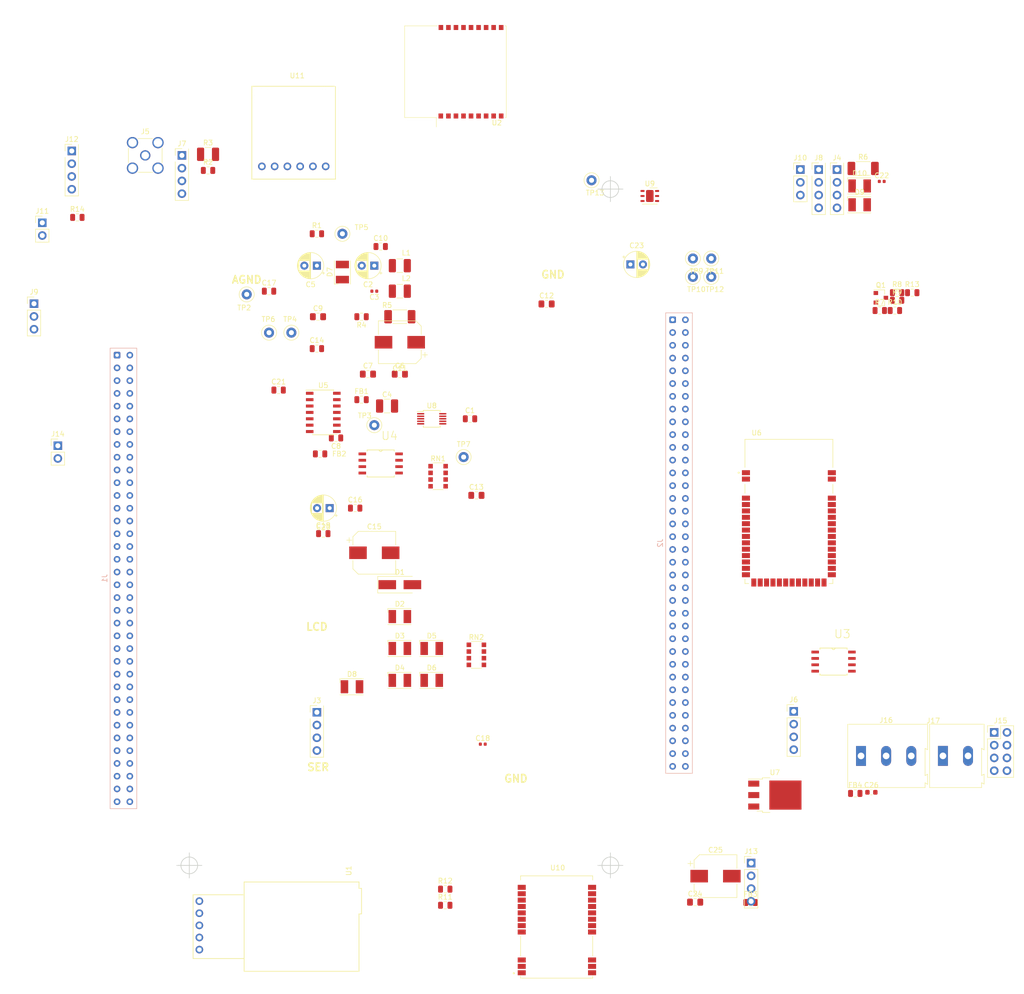
<source format=kicad_pcb>
(kicad_pcb (version 20171130) (host pcbnew "(5.0.1)-3")
  (layers (0 F.Cu signal) (31 B.Cu signal) (34 B.Paste user) (35 F.Paste user) (36 B.SilkS user) (37 F.SilkS user) (38 B.Mask user) (39 F.Mask user) (44 Edge.Cuts user))
  (net 0 "")
  (net 1 /VIN)
  (net 2 /PD2)
  (net 3 /+3V3)
  (net 4 /IOREF)
  (net 5 /PF15)
  (net 6 /PF4)
  (net 7 /PF14)
  (net 8 /PE9)
  (net 9 /AVDD)
  (net 10 /PB0)
  (net 11 /PB11)
  (net 12 /PD7)
  (net 13 /PC0)
  (net 14 /PF3)
  (net 15 /PD4)
  (net 16 /PF5)
  (net 17 /PF10)
  (net 18 /PA7)
  (net 19 /PF8)
  (net 20 /PD0)
  (net 21 /PB13)
  (net 22 /PA15)
  (net 23 /PC7)
  (net 24 /PA6)
  (net 25 /PB3)
  (net 26 GND)
  (net 27 "Net-(RN1-Pad3)")
  (net 28 "Net-(C5-Pad1)")
  (net 29 "Net-(C6-Pad1)")
  (net 30 /HALF3V3)
  (net 31 "Net-(D3-Pad2)")
  (net 32 "Net-(D4-Pad2)")
  (net 33 "Net-(D2-Pad2)")
  (net 34 "Net-(D6-Pad2)")
  (net 35 "Net-(D5-Pad2)")
  (net 36 "Net-(D8-Pad2)")
  (net 37 "Net-(RN1-Pad2)")
  (net 38 "Net-(TP6-Pad1)")
  (net 39 "Net-(D7-Pad2)")
  (net 40 "Net-(C4-Pad1)")
  (net 41 "Net-(C4-Pad2)")
  (net 42 /BOOT0)
  (net 43 /PF6)
  (net 44 /PA13)
  (net 45 /PA14)
  (net 46 /PB7)
  (net 47 /PC13)
  (net 48 /PC14)
  (net 49 /PC15)
  (net 50 /VBAT)
  (net 51 /PH2)
  (net 52 /PD9)
  (net 53 /NRST)
  (net 54 /PA1)
  (net 55 /PC1)
  (net 56 /PG13)
  (net 57 /PG11)
  (net 58 /PH0)
  (net 59 /PH1)
  (net 60 /PA9)
  (net 61 /PA8)
  (net 62 /PA10)
  (net 63 /PA2)
  (net 64 /PD10)
  (net 65 /PG7)
  (net 66 /PC5)
  (net 67 /U5V)
  (net 68 /PD8)
  (net 69 /PA12)
  (net 70 /PA11)
  (net 71 /PB14)
  (net 72 /PC4)
  (net 73 /PG6)
  (net 74 "Net-(D8-Pad1)")
  (net 75 "Net-(J10-Pad2)")
  (net 76 "Net-(J4-Pad2)")
  (net 77 "Net-(J4-Pad3)")
  (net 78 "Net-(J3-Pad3)")
  (net 79 "Net-(J3-Pad2)")
  (net 80 "Net-(D2-Pad1)")
  (net 81 "Net-(C7-Pad1)")
  (net 82 "Net-(D9-Pad2)")
  (net 83 "Net-(D10-Pad2)")
  (net 84 "Net-(D3-Pad1)")
  (net 85 "Net-(C8-Pad2)")
  (net 86 "Net-(C8-Pad1)")
  (net 87 "Net-(Q1-Pad2)")
  (net 88 "Net-(TP11-Pad1)")
  (net 89 "Net-(TP9-Pad1)")
  (net 90 "Net-(R12-Pad2)")
  (net 91 "Net-(R9-Pad1)")
  (net 92 "Net-(C12-Pad1)")
  (net 93 "Net-(R10-Pad1)")
  (net 94 "Net-(U10-Pad21)")
  (net 95 "Net-(U10-Pad13)")
  (net 96 "Net-(J12-Pad2)")
  (net 97 "Net-(J12-Pad3)")
  (net 98 "Net-(U2-Pad17)")
  (net 99 "Net-(U6-Pad38)")
  (net 100 "Net-(U6-Pad37)")
  (net 101 "Net-(U6-Pad36)")
  (net 102 "Net-(U6-Pad35)")
  (net 103 "Net-(U6-Pad31)")
  (net 104 "Net-(U6-Pad30)")
  (net 105 "Net-(U6-Pad29)")
  (net 106 "Net-(U6-Pad22)")
  (net 107 "Net-(U6-Pad21)")
  (net 108 "Net-(U6-Pad19)")
  (net 109 "Net-(U6-Pad17)")
  (net 110 "Net-(U6-Pad16)")
  (net 111 "Net-(U6-Pad15)")
  (net 112 "Net-(U6-Pad7)")
  (net 113 "Net-(U6-Pad6)")
  (net 114 "Net-(U6-Pad5)")
  (net 115 "Net-(J14-Pad1)")
  (net 116 "Net-(J17-Pad2)")
  (net 117 GNDA)
  (net 118 PA3)
  (net 119 VDD)
  (net 120 PD14)
  (net 121 PD13)
  (net 122 PD11)
  (net 123 PD12)
  (net 124 PD15)
  (net 125 "Net-(RN1-Pad7)")
  (net 126 A3V3)
  (net 127 PA5)
  (net 128 PE14)
  (net 129 +5V)
  (net 130 PA4)
  (net 131 PG2)
  (net 132 PC3)
  (net 133 PC2)
  (net 134 PD3)
  (net 135 PB6)
  (net 136 PB9)
  (net 137 PG5)
  (net 138 PG8)
  (net 139 PE0)
  (net 140 PF11)
  (net 141 PE11)
  (net 142 PE7)
  (net 143 PE8)
  (net 144 PB15)
  (net 145 PB1)
  (net 146 PB2)
  (net 147 PB12)
  (net 148 PC6)
  (net 149 PC8)
  (net 150 PG4)
  (net 151 PE13)
  (net 152 PF12)
  (net 153 PF13)
  (net 154 PE15)
  (net 155 PE12)
  (net 156 PE10)
  (net 157 PB5)
  (net 158 PB4)
  (net 159 PB8)
  (net 160 PC9)
  (net 161 PG10)
  (net 162 PG15)
  (net 163 PE6)
  (net 164 PG1)
  (net 165 PF9)
  (net 166 PF2)
  (net 167 PE5)
  (net 168 PE2)
  (net 169 PG3)
  (net 170 PA0)
  (net 171 NC)
  (net 172 PC11)
  (net 173 PG12)
  (net 174 PG9)
  (net 175 PE1)
  (net 176 PG0)
  (net 177 PD1)
  (net 178 PF0)
  (net 179 PF1)
  (net 180 PE3)
  (net 181 PD6)
  (net 182 PD5)
  (net 183 PF7)
  (net 184 PC12)
  (net 185 PC10)
  (net 186 /RAW5V)
  (net 187 /RAWGND)
  (module PinHeader_1x04_P2.54mm_Vertical (layer F.Cu) (at 168.5798 131.9022)
    (fp_text reference J6 (at 0 -2.33) (layer F.SilkS))
    (fp_text value Conn_01x04_Male)
    (pad 1 thru_hole rect (at 0 0) (size 1.7 1.7) (drill 1) (layers *.Cu *.Mask) (net 172 PC11))
    (pad 2 thru_hole oval (at 0 2.54) (size 1.7 1.7) (drill 1) (layers *.Cu *.Mask) (net 170 PA0))
    (pad 3 thru_hole oval (at 0 5.08) (size 1.7 1.7) (drill 1) (layers *.Cu *.Mask) (net 174 PG9))
    (pad 4 thru_hole oval (at 0 7.62) (size 1.7 1.7) (drill 1) (layers *.Cu *.Mask) (net 148 PC6))
  )
  (module splat2footprints:3115_PRESSURE_MODULE (layer F.Cu) (at 60.96 7.7216)
    (fp_text reference U11 (at 8.7884 -2.3622) (layer F.SilkS))
    (fp_text value 3115_module)
    (pad "" np_thru_hole circle (at 14.1986 1.778) (size 3 3) (drill 3) (layers *.Cu *.Mask))
    (pad 5 thru_hole circle (at 11.91 15.6972 270) (size 1.52 1.52) (drill 0.91) (layers *.Cu *.Mask) (net 119 VDD))
    (pad 6 thru_hole circle (at 14.45 15.6972 270) (size 1.52 1.52) (drill 0.91) (layers *.Cu *.Mask) (net 26 GND))
    (pad 3 thru_hole circle (at 6.83 15.6972 270) (size 1.52 1.52) (drill 0.91) (layers *.Cu *.Mask) (net 136 PB9))
    (pad 4 thru_hole circle (at 9.37 15.6972 270) (size 1.52 1.52) (drill 0.91) (layers *.Cu *.Mask) (net 135 PB6))
    (pad 2 thru_hole circle (at 4.29 15.6972 270) (size 1.52 1.52) (drill 0.91) (layers *.Cu *.Mask) (net 149 PC8))
    (pad 1 thru_hole circle (at 1.75 15.6972 270) (size 1.52 1.52) (drill 0.91) (layers *.Cu *.Mask) (net 136 PB9))
    (pad "" np_thru_hole circle (at 1.6764 1.7272) (size 3 3) (drill 3) (layers *.Cu *.Mask))
  )
  (module Capacitor_SMD:C_0805_2012Metric (layer F.Cu) (at 64.135 48.26)
    (fp_text reference C17 (at 0 -1.65) (layer F.SilkS))
    (fp_text value 0.1uF)
    (pad 1 smd roundrect (at -0.9375 0) (size 0.975 1.4) (layers F.Cu F.Paste F.Mask) (net 26 GND))
    (pad 2 smd roundrect (at 0.9375 0) (size 0.975 1.4) (layers F.Cu F.Paste F.Mask) (net 119 VDD))
  )
  (module Resistor_SMD:R_0805_2012Metric (layer F.Cu) (at 51.993201 24.220601)
    (fp_text reference R2 (at 0 -1.65) (layer F.SilkS))
    (fp_text value 3K3)
    (pad 2 smd roundrect (at 0.9375 0) (size 0.975 1.4) (layers F.Cu F.Paste F.Mask) (net 26 GND))
    (pad 1 smd roundrect (at -0.9375 0) (size 0.975 1.4) (layers F.Cu F.Paste F.Mask) (net 128 PE14))
  )
  (module Resistor_SMD:R_0805_2012Metric (layer F.Cu) (at 73.66 36.83)
    (fp_text reference R1 (at 0 -1.65) (layer F.SilkS))
    (fp_text value 4K7)
    (pad 1 smd roundrect (at -0.9375 0) (size 0.975 1.4) (layers F.Cu F.Paste F.Mask) (net 119 VDD))
    (pad 2 smd roundrect (at 0.9375 0) (size 0.975 1.4) (layers F.Cu F.Paste F.Mask) (net 127 PA5))
  )
  (module Capacitor_SMD:C_0805_2012Metric (layer F.Cu) (at 66.04 67.945)
    (fp_text reference C21 (at 0 -1.65) (layer F.SilkS))
    (fp_text value 0.1uF)
    (pad 2 smd roundrect (at 0.9375 0) (size 0.975 1.4) (layers F.Cu F.Paste F.Mask) (net 119 VDD))
    (pad 1 smd roundrect (at -0.9375 0) (size 0.975 1.4) (layers F.Cu F.Paste F.Mask) (net 26 GND))
  )
  (module Capacitor_SMD:C_0805_2012Metric (layer F.Cu) (at 104.14 73.66)
    (fp_text reference C1 (at 0 -1.65) (layer F.SilkS))
    (fp_text value 0.1uF)
    (pad 1 smd roundrect (at -0.9375 0) (size 0.975 1.4) (layers F.Cu F.Paste F.Mask) (net 119 VDD))
    (pad 2 smd roundrect (at 0.9375 0) (size 0.975 1.4) (layers F.Cu F.Paste F.Mask) (net 26 GND))
  )
  (module Capacitor_SMD:C_0805_2012Metric (layer F.Cu) (at 86.36 39.37)
    (fp_text reference C10 (at 0 -1.65) (layer F.SilkS))
    (fp_text value 0.1uF)
    (pad 2 smd roundrect (at 0.9375 0) (size 0.975 1.4) (layers F.Cu F.Paste F.Mask) (net 26 GND))
    (pad 1 smd roundrect (at -0.9375 0) (size 0.975 1.4) (layers F.Cu F.Paste F.Mask) (net 129 +5V))
  )
  (module Capacitor_SMD:C_0805_2012Metric (layer F.Cu) (at 74.93 96.52)
    (fp_text reference C19 (at 0 -1.65) (layer F.SilkS))
    (fp_text value 0.1uF)
    (pad 1 smd roundrect (at -0.9375 0) (size 0.975 1.4) (layers F.Cu F.Paste F.Mask) (net 26 GND))
    (pad 2 smd roundrect (at 0.9375 0) (size 0.975 1.4) (layers F.Cu F.Paste F.Mask) (net 119 VDD))
  )
  (module Capacitor_SMD:C_0805_2012Metric (layer F.Cu) (at 81.28 91.44)
    (fp_text reference C16 (at 0 -1.65) (layer F.SilkS))
    (fp_text value 0.1uF)
    (pad 2 smd roundrect (at 0.9375 0) (size 0.975 1.4) (layers F.Cu F.Paste F.Mask) (net 119 VDD))
    (pad 1 smd roundrect (at -0.9375 0) (size 0.975 1.4) (layers F.Cu F.Paste F.Mask) (net 26 GND))
  )
  (module Capacitor_SMD:C_0805_2012Metric (layer F.Cu) (at 73.66 59.69)
    (fp_text reference C14 (at 0 -1.65) (layer F.SilkS))
    (fp_text value 0.1uF)
    (pad 1 smd roundrect (at -0.9375 0) (size 0.975 1.4) (layers F.Cu F.Paste F.Mask) (net 26 GND))
    (pad 2 smd roundrect (at 0.9375 0) (size 0.975 1.4) (layers F.Cu F.Paste F.Mask) (net 119 VDD))
  )
  (module Resistor_SMD:R_0805_2012Metric (layer F.Cu) (at 188.715801 52.107801)
    (fp_text reference R10 (at 0 -1.65) (layer F.SilkS))
    (fp_text value 10K)
    (pad 1 smd roundrect (at -0.9375 0) (size 0.975 1.4) (layers F.Cu F.Paste F.Mask) (net 93 "Net-(R10-Pad1)"))
    (pad 2 smd roundrect (at 0.9375 0) (size 0.975 1.4) (layers F.Cu F.Paste F.Mask) (net 117 GNDA))
  )
  (module Resistor_SMD:R_0805_2012Metric (layer F.Cu) (at 99.209201 170.499201)
    (fp_text reference R11 (at 0 -1.65) (layer F.SilkS))
    (fp_text value 470R)
    (pad 2 smd roundrect (at 0.9375 0) (size 0.975 1.4) (layers F.Cu F.Paste F.Mask) (net 31 "Net-(D3-Pad2)"))
    (pad 1 smd roundrect (at -0.9375 0) (size 0.975 1.4) (layers F.Cu F.Paste F.Mask) (net 119 VDD))
  )
  (module Resistor_SMD:R_0805_2012Metric (layer F.Cu) (at 99.209201 167.289201)
    (fp_text reference R12 (at 0 -1.65) (layer F.SilkS))
    (fp_text value 1K)
    (pad 1 smd roundrect (at -0.9375 0) (size 0.975 1.4) (layers F.Cu F.Paste F.Mask) (net 87 "Net-(Q1-Pad2)"))
    (pad 2 smd roundrect (at 0.9375 0) (size 0.975 1.4) (layers F.Cu F.Paste F.Mask) (net 90 "Net-(R12-Pad2)"))
  )
  (module Resistor_SMD:R_0805_2012Metric (layer F.Cu) (at 192.165801 48.557801)
    (fp_text reference R13 (at 0 -1.65) (layer F.SilkS))
    (fp_text value 100K)
    (pad 2 smd roundrect (at 0.9375 0) (size 0.975 1.4) (layers F.Cu F.Paste F.Mask) (net 87 "Net-(Q1-Pad2)"))
    (pad 1 smd roundrect (at -0.9375 0) (size 0.975 1.4) (layers F.Cu F.Paste F.Mask) (net 119 VDD))
  )
  (module Resistor_SMD:R_0805_2012Metric (layer F.Cu) (at 25.975401 33.571801)
    (fp_text reference R14 (at 0 -1.65) (layer F.SilkS))
    (fp_text value 470R)
    (pad 1 smd roundrect (at -0.9375 0) (size 0.975 1.4) (layers F.Cu F.Paste F.Mask) (net 119 VDD))
    (pad 2 smd roundrect (at 0.9375 0) (size 0.975 1.4) (layers F.Cu F.Paste F.Mask) (net 36 "Net-(D8-Pad2)"))
  )
  (module Resistor_SMD:R_0805_2012Metric (layer F.Cu) (at 82.55 53.34 180)
    (fp_text reference R4 (at 0 -1.65 180) (layer F.SilkS))
    (fp_text value 470R)
    (pad 2 smd roundrect (at 0.9375 0 180) (size 0.975 1.4) (layers F.Cu F.Paste F.Mask) (net 33 "Net-(D2-Pad2)"))
    (pad 1 smd roundrect (at -0.9375 0 180) (size 0.975 1.4) (layers F.Cu F.Paste F.Mask) (net 119 VDD))
  )
  (module Resistor_SMD:R_0805_2012Metric (layer F.Cu) (at 189.155801 50.067801)
    (fp_text reference R9 (at 0 -1.65) (layer F.SilkS))
    (fp_text value 22K)
    (pad 1 smd roundrect (at -0.9375 0) (size 0.975 1.4) (layers F.Cu F.Paste F.Mask) (net 91 "Net-(R9-Pad1)"))
    (pad 2 smd roundrect (at 0.9375 0) (size 0.975 1.4) (layers F.Cu F.Paste F.Mask) (net 93 "Net-(R10-Pad1)"))
  )
  (module Resistor_SMD:R_0805_2012Metric (layer F.Cu) (at 189.155801 48.557801)
    (fp_text reference R8 (at 0 -1.65) (layer F.SilkS))
    (fp_text value 4K7)
    (pad 2 smd roundrect (at 0.9375 0) (size 0.975 1.4) (layers F.Cu F.Paste F.Mask) (net 117 GNDA))
    (pad 1 smd roundrect (at -0.9375 0) (size 0.975 1.4) (layers F.Cu F.Paste F.Mask) (net 92 "Net-(C12-Pad1)"))
  )
  (module Resistor_SMD:R_0805_2012Metric (layer F.Cu) (at 185.705801 52.107801)
    (fp_text reference R7 (at 0 -1.65) (layer F.SilkS))
    (fp_text value 4K7)
    (pad 1 smd roundrect (at -0.9375 0) (size 0.975 1.4) (layers F.Cu F.Paste F.Mask) (net 126 A3V3))
    (pad 2 smd roundrect (at 0.9375 0) (size 0.975 1.4) (layers F.Cu F.Paste F.Mask) (net 92 "Net-(C12-Pad1)"))
  )
  (module Capacitor_SMD:C_0603_1608Metric (layer F.Cu) (at 184.035801 148.009401)
    (fp_text reference C26 (at 0 -1.43) (layer F.SilkS))
    (fp_text value 0.1uF)
    (pad 1 smd roundrect (at -0.7875 0) (size 0.875 0.95) (layers F.Cu F.Paste F.Mask) (net 126 A3V3))
    (pad 2 smd roundrect (at 0.7875 0) (size 0.875 0.95) (layers F.Cu F.Paste F.Mask) (net 117 GNDA))
  )
  (module Capacitor_SMD:C_0805_2012Metric_Pad1.15x1.40mm_HandSolder (layer F.Cu) (at 148.952001 169.879001)
    (fp_text reference C24 (at 0 -1.65) (layer F.SilkS))
    (fp_text value 0.1uF)
    (pad 1 smd roundrect (at -1.025 0) (size 1.15 1.4) (layers F.Cu F.Paste F.Mask) (roundrect_rratio 0.217391) (net 119 VDD))
    (pad 2 smd roundrect (at 1.025 0) (size 1.15 1.4) (layers F.Cu F.Paste F.Mask) (roundrect_rratio 0.217391) (net 187 /RAWGND))
  )
  (module Connector_PinHeader_2.54mm:PinHeader_1x03_P2.54mm_Vertical (layer F.Cu) (at 17.3482 50.7492)
    (fp_text reference J9 (at 0 -2.33) (layer F.SilkS))
    (fp_text value Conn_01x03_Male)
    (pad 1 thru_hole rect (at 0 0) (size 1.7 1.7) (drill 1) (layers *.Cu *.Mask) (net 179 PF1))
    (pad 2 thru_hole oval (at 0 2.54) (size 1.7 1.7) (drill 1) (layers *.Cu *.Mask) (net 178 PF0))
    (pad 3 thru_hole oval (at 0 5.08) (size 1.7 1.7) (drill 1) (layers *.Cu *.Mask) (net 26 GND))
  )
  (module Connector_PinHeader_2.54mm:PinHeader_1x04_P2.54mm_Vertical (layer F.Cu) (at 160.102001 162.099001)
    (fp_text reference J13 (at 0 -2.33) (layer F.SilkS))
    (fp_text value Conn_01x04_Male)
    (pad 1 thru_hole rect (at 0 0) (size 1.7 1.7) (drill 1) (layers *.Cu *.Mask) (net 119 VDD))
    (pad 2 thru_hole oval (at 0 2.54) (size 1.7 1.7) (drill 1) (layers *.Cu *.Mask) (net 43 /PF6))
    (pad 3 thru_hole oval (at 0 5.08) (size 1.7 1.7) (drill 1) (layers *.Cu *.Mask) (net 183 PF7))
    (pad 4 thru_hole oval (at 0 7.62) (size 1.7 1.7) (drill 1) (layers *.Cu *.Mask) (net 26 GND))
  )
  (module Connector_PinHeader_2.54mm:PinHeader_2x04_P2.54mm_Vertical (layer F.Cu) (at 208.485801 136.089401)
    (fp_text reference J15 (at 1.27 -2.33) (layer F.SilkS))
    (fp_text value Conn_01x02)
    (pad 1 thru_hole rect (at 0 0) (size 1.7 1.7) (drill 1) (layers *.Cu *.Mask) (net 165 PF9))
    (pad 2 thru_hole oval (at 2.54 0) (size 1.7 1.7) (drill 1) (layers *.Cu *.Mask) (net 153 PF13))
    (pad 3 thru_hole oval (at 0 2.54) (size 1.7 1.7) (drill 1) (layers *.Cu *.Mask) (net 177 PD1))
    (pad 4 thru_hole oval (at 2.54 2.54) (size 1.7 1.7) (drill 1) (layers *.Cu *.Mask) (net 155 PE12))
    (pad 5 thru_hole oval (at 0 5.08) (size 1.7 1.7) (drill 1) (layers *.Cu *.Mask) (net 160 PC9))
    (pad 6 thru_hole oval (at 2.54 5.08) (size 1.7 1.7) (drill 1) (layers *.Cu *.Mask) (net 140 PF11))
    (pad 7 thru_hole oval (at 0 7.62) (size 1.7 1.7) (drill 1) (layers *.Cu *.Mask) (net 152 PF12))
    (pad 8 thru_hole oval (at 2.54 7.62) (size 1.7 1.7) (drill 1) (layers *.Cu *.Mask) (net 26 GND))
  )
  (module Inductor_SMD:L_0805_2012Metric (layer F.Cu) (at 180.825801 148.229401)
    (fp_text reference FB4 (at 0 -1.65) (layer F.SilkS))
    (fp_text value Ferrite_Bead)
    (pad 1 smd roundrect (at -0.9375 0) (size 0.975 1.4) (layers F.Cu F.Paste F.Mask) (net 187 /RAWGND))
    (pad 2 smd roundrect (at 0.9375 0) (size 0.975 1.4) (layers F.Cu F.Paste F.Mask) (net 26 GND))
  )
  (module TerminalBlock:TerminalBlock_Altech_AK300-2_P5.00mm (layer F.Cu) (at 198.275801 140.759401)
    (fp_text reference J17 (at -1.92 -6.99) (layer F.SilkS))
    (fp_text value Screw_Terminal_01x02)
    (pad 1 thru_hole rect (at 0 0) (size 1.98 3.96) (drill 1.32) (layers *.Cu *.Mask) (net 26 GND))
    (pad 2 thru_hole oval (at 5 0) (size 1.98 3.96) (drill 1.32) (layers *.Cu *.Mask) (net 116 "Net-(J17-Pad2)"))
  )
  (module TerminalBlock:TerminalBlock_Altech_AK300-3_P5.00mm (layer F.Cu) (at 181.975801 140.769401)
    (fp_text reference J16 (at 5 -7.1) (layer F.SilkS))
    (fp_text value Screw_Terminal_01x03)
    (pad 1 thru_hole rect (at 0 0) (size 1.98 3.96) (drill 1.32) (layers *.Cu *.Mask) (net 187 /RAWGND))
    (pad 2 thru_hole oval (at 5 0) (size 1.98 3.96) (drill 1.32) (layers *.Cu *.Mask) (net 119 VDD))
    (pad 3 thru_hole oval (at 10 0) (size 1.98 3.96) (drill 1.32) (layers *.Cu *.Mask) (net 186 /RAW5V))
  )
  (module Connector_PinHeader_2.54mm:PinHeader_1x02_P2.54mm_Vertical (layer F.Cu) (at 22.098 79.0194)
    (fp_text reference J14 (at 0 -2.33) (layer F.SilkS))
    (fp_text value Conn_01x02)
    (pad 1 thru_hole rect (at 0 0) (size 1.7 1.7) (drill 1) (layers *.Cu *.Mask) (net 115 "Net-(J14-Pad1)"))
    (pad 2 thru_hole oval (at 0 2.54) (size 1.7 1.7) (drill 1) (layers *.Cu *.Mask) (net 26 GND))
  )
  (module Package_TO_SOT_SMD:TO-252-3_TabPin2 (layer F.Cu) (at 164.8206 148.5646)
    (fp_text reference U7 (at 0 -4.5) (layer F.SilkS))
    (fp_text value AZ1084C)
    (pad 1 smd rect (at -4.2 -2.28) (size 2.2 1.2) (layers F.Cu F.Paste F.Mask) (net 26 GND))
    (pad 2 smd rect (at -4.2 0) (size 2.2 1.2) (layers F.Cu F.Paste F.Mask) (net 119 VDD))
    (pad 3 smd rect (at -4.2 2.28) (size 2.2 1.2) (layers F.Cu F.Paste F.Mask) (net 129 +5V))
    (pad 2 smd rect (at 2.1 0) (size 6.4 5.8) (layers F.Cu F.Mask) (net 119 VDD))
  )
  (module SOIC127P790X216-8N (layer F.Cu) (at 176.5046 121.9962)
    (fp_text reference U3 (at 1.75573 -5.4962) (layer F.SilkS) (effects (font (size 1.642929 1.642929))))
    (fp_text value SST25VF032B)
    (pad 1 smd rect (at -3.6576 -1.905) (size 1.4986 0.5588) (layers F.Cu F.Paste F.Mask) (net 141 PE11))
    (pad 2 smd rect (at -3.6576 -0.635) (size 1.4986 0.5588) (layers F.Cu F.Paste F.Mask) (net 158 PB4))
    (pad 3 smd rect (at -3.6576 0.635) (size 1.4986 0.5588) (layers F.Cu F.Paste F.Mask) (net 128 PE14))
    (pad 4 smd rect (at -3.6576 1.905) (size 1.4986 0.5588) (layers F.Cu F.Paste F.Mask) (net 26 GND))
    (pad 5 smd rect (at 3.6576 1.905) (size 1.4986 0.5588) (layers F.Cu F.Paste F.Mask) (net 146 PB2))
    (pad 6 smd rect (at 3.6576 0.635) (size 1.4986 0.5588) (layers F.Cu F.Paste F.Mask) (net 185 PC10))
    (pad 7 smd rect (at 3.6576 -0.635) (size 1.4986 0.5588) (layers F.Cu F.Paste F.Mask) (net 156 PE10))
    (pad 8 smd rect (at 3.6576 -1.905) (size 1.4986 0.5588) (layers F.Cu F.Paste F.Mask) (net 119 VDD))
  )
  (module XCVR_E180-ZG120A (layer F.Cu) (at 167.6146 92.1004)
    (fp_text reference U6 (at -6.425 -15.635) (layer F.SilkS))
    (fp_text value E180-ZG120A)
    (pad 42 smd rect (at 8.55 -7.71) (size 1.6 1) (layers F.Cu F.Paste F.Mask) (net 26 GND))
    (pad 41 smd rect (at 8.55 -6.44) (size 1.6 1) (layers F.Cu F.Paste F.Mask) (net 26 GND))
    (pad 40 smd rect (at 8.55 -2.64) (size 1.6 1) (layers F.Cu F.Paste F.Mask) (net 143 PE8))
    (pad 39 smd rect (at 8.55 -1.37) (size 1.6 1) (layers F.Cu F.Paste F.Mask) (net 137 PG5))
    (pad 38 smd rect (at 8.55 -0.1) (size 1.6 1) (layers F.Cu F.Paste F.Mask) (net 99 "Net-(U6-Pad38)"))
    (pad 37 smd rect (at 8.55 1.17) (size 1.6 1) (layers F.Cu F.Paste F.Mask) (net 100 "Net-(U6-Pad37)"))
    (pad 36 smd rect (at 8.55 2.44) (size 1.6 1) (layers F.Cu F.Paste F.Mask) (net 101 "Net-(U6-Pad36)"))
    (pad 35 smd rect (at 8.55 3.71) (size 1.6 1) (layers F.Cu F.Paste F.Mask) (net 102 "Net-(U6-Pad35)"))
    (pad 34 smd rect (at 8.55 4.98) (size 1.6 1) (layers F.Cu F.Paste F.Mask) (net 173 PG12))
    (pad 33 smd rect (at 8.55 6.25) (size 1.6 1) (layers F.Cu F.Paste F.Mask) (net 96 "Net-(J12-Pad2)"))
    (pad 32 smd rect (at 8.55 7.52) (size 1.6 1) (layers F.Cu F.Paste F.Mask) (net 97 "Net-(J12-Pad3)"))
    (pad 31 smd rect (at 8.55 8.79) (size 1.6 1) (layers F.Cu F.Paste F.Mask) (net 103 "Net-(U6-Pad31)"))
    (pad 30 smd rect (at 8.55 10.06) (size 1.6 1) (layers F.Cu F.Paste F.Mask) (net 104 "Net-(U6-Pad30)"))
    (pad 29 smd rect (at 8.55 11.33) (size 1.6 1) (layers F.Cu F.Paste F.Mask) (net 105 "Net-(U6-Pad29)"))
    (pad 28 smd rect (at 8.55 12.6) (size 1.6 1) (layers F.Cu F.Paste F.Mask) (net 89 "Net-(TP9-Pad1)"))
    (pad 27 smd rect (at 6.99 14.15) (size 1 1.6) (layers F.Cu F.Paste F.Mask) (net 161 PG10))
    (pad 26 smd rect (at 5.72 14.15) (size 1 1.6) (layers F.Cu F.Paste F.Mask) (net 84 "Net-(D3-Pad1)"))
    (pad 25 smd rect (at 4.45 14.15) (size 1 1.6) (layers F.Cu F.Paste F.Mask) (net 26 GND))
    (pad 24 smd rect (at 3.18 14.15) (size 1 1.6) (layers F.Cu F.Paste F.Mask) (net 26 GND))
    (pad 23 smd rect (at 1.91 14.15) (size 1 1.6) (layers F.Cu F.Paste F.Mask) (net 26 GND))
    (pad 22 smd rect (at 0.64 14.15) (size 1 1.6) (layers F.Cu F.Paste F.Mask) (net 106 "Net-(U6-Pad22)"))
    (pad 21 smd rect (at -0.63 14.15) (size 1 1.6) (layers F.Cu F.Paste F.Mask) (net 107 "Net-(U6-Pad21)"))
    (pad 20 smd rect (at -1.9 14.15) (size 1 1.6) (layers F.Cu F.Paste F.Mask) (net 26 GND))
    (pad 19 smd rect (at -3.17 14.15) (size 1 1.6) (layers F.Cu F.Paste F.Mask) (net 108 "Net-(U6-Pad19)"))
    (pad 18 smd rect (at -4.44 14.15) (size 1 1.6) (layers F.Cu F.Paste F.Mask) (net 164 PG1))
    (pad 17 smd rect (at -5.71 14.15) (size 1 1.6) (layers F.Cu F.Paste F.Mask) (net 109 "Net-(U6-Pad17)"))
    (pad 16 smd rect (at -6.98 14.15) (size 1 1.6) (layers F.Cu F.Paste F.Mask) (net 110 "Net-(U6-Pad16)"))
    (pad 15 smd rect (at -8.55 12.6) (size 1.6 1) (layers F.Cu F.Paste F.Mask) (net 111 "Net-(U6-Pad15)"))
    (pad 14 smd rect (at -8.55 11.33) (size 1.6 1) (layers F.Cu F.Paste F.Mask) (net 144 PB15))
    (pad 13 smd rect (at -8.55 10.06) (size 1.6 1) (layers F.Cu F.Paste F.Mask) (net 172 PC11))
    (pad 12 smd rect (at -8.55 8.79) (size 1.6 1) (layers F.Cu F.Paste F.Mask) (net 170 PA0))
    (pad 11 smd rect (at -8.55 7.52) (size 1.6 1) (layers F.Cu F.Paste F.Mask) (net 172 PC11))
    (pad 10 smd rect (at -8.55 6.25) (size 1.6 1) (layers F.Cu F.Paste F.Mask) (net 150 PG4))
    (pad 9 smd rect (at -8.55 4.98) (size 1.6 1) (layers F.Cu F.Paste F.Mask) (net 176 PG0))
    (pad 8 smd rect (at -8.55 3.71) (size 1.6 1) (layers F.Cu F.Paste F.Mask) (net 169 PG3))
    (pad 7 smd rect (at -8.55 2.44) (size 1.6 1) (layers F.Cu F.Paste F.Mask) (net 112 "Net-(U6-Pad7)"))
    (pad 6 smd rect (at -8.55 1.17) (size 1.6 1) (layers F.Cu F.Paste F.Mask) (net 113 "Net-(U6-Pad6)"))
    (pad 5 smd rect (at -8.55 -0.1) (size 1.6 1) (layers F.Cu F.Paste F.Mask) (net 114 "Net-(U6-Pad5)"))
    (pad 4 smd rect (at -8.55 -1.37) (size 1.6 1) (layers F.Cu F.Paste F.Mask) (net 26 GND))
    (pad 3 smd rect (at -8.55 -2.64) (size 1.6 1) (layers F.Cu F.Paste F.Mask) (net 119 VDD))
    (pad 2 smd rect (at -8.55 -6.44) (size 1.6 1) (layers F.Cu F.Paste F.Mask) (net 26 GND))
    (pad 1 smd rect (at -8.55 -7.71) (size 1.6 1) (layers F.Cu F.Paste F.Mask) (net 26 GND))
  )
  (module Capacitor_SMD:CP_Elec_8x10 (layer F.Cu) (at 153.007001 164.699001)
    (fp_text reference C25 (at 0 -5.2) (layer F.SilkS))
    (fp_text value 100uF)
    (pad 1 smd rect (at -3.25 0) (size 3.5 2.5) (layers F.Cu F.Paste F.Mask) (net 126 A3V3))
    (pad 2 smd rect (at 3.25 0) (size 3.5 2.5) (layers F.Cu F.Paste F.Mask) (net 117 GNDA))
  )
  (module Capacitor_SMD:CP_Elec_8x10 (layer F.Cu) (at 90.17 58.42 180)
    (fp_text reference C11 (at 0 -5.2 180) (layer F.SilkS))
    (fp_text value 100uF)
    (pad 2 smd rect (at 3.25 0 180) (size 3.5 2.5) (layers F.Cu F.Paste F.Mask) (net 26 GND))
    (pad 1 smd rect (at -3.25 0 180) (size 3.5 2.5) (layers F.Cu F.Paste F.Mask) (net 129 +5V))
  )
  (module Capacitor_SMD:CP_Elec_8x10 (layer F.Cu) (at 85.09 100.33)
    (fp_text reference C15 (at 0 -5.2) (layer F.SilkS))
    (fp_text value 100uF)
    (pad 1 smd rect (at -3.25 0) (size 3.5 2.5) (layers F.Cu F.Paste F.Mask) (net 119 VDD))
    (pad 2 smd rect (at 3.25 0) (size 3.5 2.5) (layers F.Cu F.Paste F.Mask) (net 26 GND))
  )
  (module Capacitor_SMD:C_0402_1005Metric (layer F.Cu) (at 186.096801 26.410001)
    (fp_text reference C22 (at 0 -1.17) (layer F.SilkS))
    (fp_text value 1uF)
    (pad 2 smd roundrect (at 0.485 0) (size 0.59 0.64) (layers F.Cu F.Paste F.Mask) (net 117 GNDA))
    (pad 1 smd roundrect (at -0.485 0) (size 0.59 0.64) (layers F.Cu F.Paste F.Mask) (net 126 A3V3))
  )
  (module Capacitor_SMD:C_0402_1005Metric (layer F.Cu) (at 106.68 138.43)
    (fp_text reference C18 (at 0 -1.17) (layer F.SilkS))
    (fp_text value 1uF)
    (pad 1 smd roundrect (at -0.485 0) (size 0.59 0.64) (layers F.Cu F.Paste F.Mask) (net 119 VDD))
    (pad 2 smd roundrect (at 0.485 0) (size 0.59 0.64) (layers F.Cu F.Paste F.Mask) (net 26 GND))
  )
  (module Capacitor_SMD:C_0805_2012Metric_Pad1.15x1.40mm_HandSolder (layer F.Cu) (at 119.38 50.8)
    (fp_text reference C12 (at 0 -1.65) (layer F.SilkS))
    (fp_text value 0.022uF)
    (pad 1 smd roundrect (at -1.025 0) (size 1.15 1.4) (layers F.Cu F.Paste F.Mask) (roundrect_rratio 0.217391) (net 92 "Net-(C12-Pad1)"))
    (pad 2 smd roundrect (at 1.025 0) (size 1.15 1.4) (layers F.Cu F.Paste F.Mask) (roundrect_rratio 0.217391) (net 117 GNDA))
  )
  (module Capacitor_SMD:C_0805_2012Metric_Pad1.15x1.40mm_HandSolder (layer F.Cu) (at 105.41 88.9)
    (fp_text reference C13 (at 0 -1.65) (layer F.SilkS))
    (fp_text value 470pF)
    (pad 2 smd roundrect (at 1.025 0) (size 1.15 1.4) (layers F.Cu F.Paste F.Mask) (roundrect_rratio 0.217391) (net 26 GND))
    (pad 1 smd roundrect (at -1.025 0) (size 1.15 1.4) (layers F.Cu F.Paste F.Mask) (roundrect_rratio 0.217391) (net 119 VDD))
  )
  (module Capacitor_SMD:C_0805_2012Metric_Pad1.15x1.40mm_HandSolder (layer F.Cu) (at 73.8775 53.34)
    (fp_text reference C9 (at 0 -1.65) (layer F.SilkS))
    (fp_text value 0.1uF)
    (pad 1 smd roundrect (at -1.025 0) (size 1.15 1.4) (layers F.Cu F.Paste F.Mask) (roundrect_rratio 0.217391) (net 186 /RAW5V))
    (pad 2 smd roundrect (at 1.025 0) (size 1.15 1.4) (layers F.Cu F.Paste F.Mask) (roundrect_rratio 0.217391) (net 187 /RAWGND))
  )
  (module Capacitor_THT:CP_Radial_D5.0mm_P2.50mm (layer F.Cu) (at 76.2 91.44 180)
    (fp_text reference C20 (at 1.25 -3.75 180) (layer F.SilkS))
    (fp_text value 10uF)
    (pad 2 thru_hole circle (at 2.5 0 180) (size 1.6 1.6) (drill 0.8) (layers *.Cu *.Mask) (net 26 GND))
    (pad 1 thru_hole rect (at 0 0 180) (size 1.6 1.6) (drill 0.8) (layers *.Cu *.Mask) (net 119 VDD))
  )
  (module Capacitor_THT:CP_Radial_D5.0mm_P2.50mm (layer F.Cu) (at 136.0678 42.926)
    (fp_text reference C23 (at 1.25 -3.75) (layer F.SilkS))
    (fp_text value 10uF)
    (pad 1 thru_hole rect (at 0 0) (size 1.6 1.6) (drill 0.8) (layers *.Cu *.Mask) (net 126 A3V3))
    (pad 2 thru_hole circle (at 2.5 0) (size 1.6 1.6) (drill 0.8) (layers *.Cu *.Mask) (net 117 GNDA))
  )
  (module Connector_PinHeader_2.54mm:PinHeader_1x02_P2.54mm_Vertical (layer F.Cu) (at 18.995401 34.641801)
    (fp_text reference J11 (at 0 -2.33) (layer F.SilkS))
    (fp_text value Conn_01x02_Male)
    (pad 1 thru_hole rect (at 0 0) (size 1.7 1.7) (drill 1) (layers *.Cu *.Mask) (net 26 GND))
    (pad 2 thru_hole oval (at 0 2.54) (size 1.7 1.7) (drill 1) (layers *.Cu *.Mask) (net 85 "Net-(C8-Pad2)"))
  )
  (module Connector_PinHeader_2.54mm:PinHeader_1x03_P2.54mm_Vertical (layer F.Cu) (at 169.896801 24.050001)
    (fp_text reference J10 (at 0 -2.33) (layer F.SilkS))
    (fp_text value Conn_01x03_Male)
    (pad 3 thru_hole oval (at 0 5.08) (size 1.7 1.7) (drill 1) (layers *.Cu *.Mask) (net 159 PB8))
    (pad 2 thru_hole oval (at 0 2.54) (size 1.7 1.7) (drill 1) (layers *.Cu *.Mask) (net 75 "Net-(J10-Pad2)"))
    (pad 1 thru_hole rect (at 0 0) (size 1.7 1.7) (drill 1) (layers *.Cu *.Mask) (net 130 PA4))
  )
  (module Inductor_SMD:L_0805_2012Metric (layer F.Cu) (at 159.982001 169.949001)
    (fp_text reference FB3 (at 0 -1.65) (layer F.SilkS))
    (fp_text value Ferrite_Bead)
    (pad 1 smd roundrect (at -0.9375 0) (size 0.975 1.4) (layers F.Cu F.Paste F.Mask) (net 117 GNDA))
    (pad 2 smd roundrect (at 0.9375 0) (size 0.975 1.4) (layers F.Cu F.Paste F.Mask) (net 26 GND))
  )
  (module Package_DFN_QFN:DFN-6-1EP_3x3mm_P1mm_EP1.5x2.4mm (layer F.Cu) (at 139.9286 29.3116)
    (fp_text reference U9 (at 0 -2.45) (layer F.SilkS))
    (fp_text value DS2485)
    (pad 7 smd roundrect (at 0 0) (size 1.5 2.4) (layers F.Cu F.Mask) (roundrect_rratio 0.166667))
    (pad 1 smd roundrect (at -1.45 -1) (size 0.8 0.4) (layers F.Cu F.Paste F.Mask) (net 90 "Net-(R12-Pad2)"))
    (pad 2 smd roundrect (at -1.45 0) (size 0.8 0.4) (layers F.Cu F.Paste F.Mask) (net 116 "Net-(J17-Pad2)"))
    (pad 3 smd roundrect (at -1.45 1) (size 0.8 0.4) (layers F.Cu F.Paste F.Mask) (net 26 GND))
    (pad 4 smd roundrect (at 1.45 1) (size 0.8 0.4) (layers F.Cu F.Paste F.Mask) (net 135 PB6))
    (pad 5 smd roundrect (at 1.45 0) (size 0.8 0.4) (layers F.Cu F.Paste F.Mask) (net 136 PB9))
    (pad 6 smd roundrect (at 1.45 -1) (size 0.8 0.4) (layers F.Cu F.Paste F.Mask) (net 119 VDD))
  )
  (module Package_SO:MSOP-10_3x3mm_P0.5mm (layer F.Cu) (at 96.52 73.66)
    (fp_text reference U8 (at 0 -2.6) (layer F.SilkS))
    (fp_text value MCP6S93-X_UN)
    (pad 1 smd rect (at -2.2 -1) (size 1.4 0.3) (layers F.Cu F.Paste F.Mask) (net 118 PA3))
    (pad 2 smd rect (at -2.2 -0.5) (size 1.4 0.3) (layers F.Cu F.Paste F.Mask) (net 81 "Net-(C7-Pad1)"))
    (pad 3 smd rect (at -2.2 0) (size 1.4 0.3) (layers F.Cu F.Paste F.Mask) (net 91 "Net-(R9-Pad1)"))
    (pad 4 smd rect (at -2.2 0.5) (size 1.4 0.3) (layers F.Cu F.Paste F.Mask) (net 30 /HALF3V3))
    (pad 5 smd rect (at -2.2 1) (size 1.4 0.3) (layers F.Cu F.Paste F.Mask) (net 117 GNDA))
    (pad 6 smd rect (at 2.2 1) (size 1.4 0.3) (layers F.Cu F.Paste F.Mask) (net 131 PG2))
    (pad 7 smd rect (at 2.2 0.5) (size 1.4 0.3) (layers F.Cu F.Paste F.Mask) (net 132 PC3))
    (pad 8 smd rect (at 2.2 0) (size 1.4 0.3) (layers F.Cu F.Paste F.Mask) (net 133 PC2))
    (pad 9 smd rect (at 2.2 -0.5) (size 1.4 0.3) (layers F.Cu F.Paste F.Mask) (net 134 PD3))
    (pad 10 smd rect (at 2.2 -1) (size 1.4 0.3) (layers F.Cu F.Paste F.Mask) (net 126 A3V3))
  )
  (module Package_SO:SOIC-14_3.9x8.7mm_P1.27mm (layer F.Cu) (at 74.93 72.39)
    (fp_text reference U5 (at 0 -5.375) (layer F.SilkS))
    (fp_text value Opamp_Quad_MCP6024)
    (pad 1 smd rect (at -2.7 -3.81) (size 1.5 0.6) (layers F.Cu F.Paste F.Mask) (net 86 "Net-(C8-Pad1)"))
    (pad 2 smd rect (at -2.7 -2.54) (size 1.5 0.6) (layers F.Cu F.Paste F.Mask) (net 86 "Net-(C8-Pad1)"))
    (pad 3 smd rect (at -2.7 -1.27) (size 1.5 0.6) (layers F.Cu F.Paste F.Mask) (net 75 "Net-(J10-Pad2)"))
    (pad 4 smd rect (at -2.7 0) (size 1.5 0.6) (layers F.Cu F.Paste F.Mask) (net 126 A3V3))
    (pad 5 smd rect (at -2.7 1.27) (size 1.5 0.6) (layers F.Cu F.Paste F.Mask) (net 130 PA4))
    (pad 6 smd rect (at -2.7 2.54) (size 1.5 0.6) (layers F.Cu F.Paste F.Mask) (net 115 "Net-(J14-Pad1)"))
    (pad 7 smd rect (at -2.7 3.81) (size 1.5 0.6) (layers F.Cu F.Paste F.Mask) (net 115 "Net-(J14-Pad1)"))
    (pad 8 smd rect (at 2.7 3.81) (size 1.5 0.6) (layers F.Cu F.Paste F.Mask) (net 91 "Net-(R9-Pad1)"))
    (pad 9 smd rect (at 2.7 2.54) (size 1.5 0.6) (layers F.Cu F.Paste F.Mask) (net 93 "Net-(R10-Pad1)"))
    (pad 10 smd rect (at 2.7 1.27) (size 1.5 0.6) (layers F.Cu F.Paste F.Mask) (net 81 "Net-(C7-Pad1)"))
    (pad 11 smd rect (at 2.7 0) (size 1.5 0.6) (layers F.Cu F.Paste F.Mask) (net 117 GNDA))
    (pad 12 smd rect (at 2.7 -1.27) (size 1.5 0.6) (layers F.Cu F.Paste F.Mask) (net 92 "Net-(C12-Pad1)"))
    (pad 13 smd rect (at 2.7 -2.54) (size 1.5 0.6) (layers F.Cu F.Paste F.Mask) (net 30 /HALF3V3))
    (pad 14 smd rect (at 2.7 -3.81) (size 1.5 0.6) (layers F.Cu F.Paste F.Mask) (net 30 /HALF3V3))
  )
  (module ESP-C3-13 (layer F.Cu) (at 104.3432 4.572 90)
    (fp_text reference U2 (at -10.17 5.13 180) (layer F.SilkS))
    (fp_text value ESP-C3-13U)
    (pad 18 smd rect (at 8.8025 -6 90) (size 1 0.9125) (layers F.Cu F.Paste F.Mask) (net 38 "Net-(TP6-Pad1)"))
    (pad 17 smd rect (at 8.8025 -4.5 90) (size 1 0.9125) (layers F.Cu F.Paste F.Mask) (net 98 "Net-(U2-Pad17)"))
    (pad 16 smd rect (at 8.8025 -3 90) (size 1 0.9125) (layers F.Cu F.Paste F.Mask) (net 167 PE5))
    (pad 15 smd rect (at 8.8025 -1.5 90) (size 1 0.9125) (layers F.Cu F.Paste F.Mask) (net 77 "Net-(J4-Pad3)"))
    (pad 14 smd rect (at 8.8025 0 90) (size 1 0.9125) (layers F.Cu F.Paste F.Mask) (net 78 "Net-(J3-Pad3)"))
    (pad 13 smd rect (at 8.8025 1.5 90) (size 1 0.9125) (layers F.Cu F.Paste F.Mask) (net 79 "Net-(J3-Pad2)"))
    (pad 12 smd rect (at 8.8025 3 90) (size 1 0.9125) (layers F.Cu F.Paste F.Mask) (net 174 PG9))
    (pad 11 smd rect (at 8.8025 4.5 90) (size 1 0.9125) (layers F.Cu F.Paste F.Mask) (net 148 PC6))
    (pad 10 smd rect (at 8.8025 6 90) (size 1 0.9125) (layers F.Cu F.Paste F.Mask) (net 151 PE13))
    (pad 9 smd rect (at -8.8138 6 90) (size 1 0.9125) (layers F.Cu F.Paste F.Mask) (net 26 GND))
    (pad 8 smd rect (at -8.8138 4.5 90) (size 1 0.9125) (layers F.Cu F.Paste F.Mask) (net 162 PG15))
    (pad 7 smd rect (at -8.8138 3 90) (size 1 0.9125) (layers F.Cu F.Paste F.Mask) (net 138 PG8))
    (pad 6 smd rect (at -8.8138 1.5 90) (size 1 0.9125) (layers F.Cu F.Paste F.Mask) (net 163 PE6))
    (pad 5 smd rect (at -8.8138 0 90) (size 1 0.9125) (layers F.Cu F.Paste F.Mask) (net 168 PE2))
    (pad 4 smd rect (at -8.8138 -1.5 90) (size 1 0.9125) (layers F.Cu F.Paste F.Mask) (net 76 "Net-(J4-Pad2)"))
    (pad 3 smd rect (at -8.8138 -3 90) (size 1 0.9125) (layers F.Cu F.Paste F.Mask) (net 80 "Net-(D2-Pad1)"))
    (pad 2 smd rect (at -8.8138 -4.5 90) (size 1 0.9125) (layers F.Cu F.Paste F.Mask) (net 154 PE15))
    (pad 1 smd rect (at -8.8138 -6.0198 90) (size 1 0.9125) (layers F.Cu F.Paste F.Mask) (net 119 VDD))
  )
  (module NEO7_GPS_MODULE (layer F.Cu) (at 50.292 169.672)
    (fp_text reference U1 (at 29.72 -6.05 -90) (layer F.SilkS))
    (fp_text value ublox_chinese_PCB_module)
    (pad "" np_thru_hole circle (at 29.21 5.08) (size 3 3) (drill 3) (layers *.Cu *.Mask))
    (pad 1 thru_hole circle (at -0.0254 0 270) (size 1.52 1.52) (drill 0.91) (layers *.Cu *.Mask) (net 119 VDD))
    (pad 3 thru_hole circle (at -0.0254 4.826 270) (size 1.52 1.52) (drill 0.91) (layers *.Cu *.Mask) (net 139 PE0))
    (pad 5 thru_hole circle (at -0.0254 9.652 270) (size 1.52 1.52) (drill 0.91) (layers *.Cu *.Mask) (net 127 PA5))
    (pad 4 thru_hole circle (at -0.0254 7.239 270) (size 1.52 1.52) (drill 0.91) (layers *.Cu *.Mask) (net 175 PE1))
    (pad 2 thru_hole circle (at -0.0254 2.413 270) (size 1.52 1.52) (drill 0.91) (layers *.Cu *.Mask) (net 26 GND))
  )
  (module PinHeader_1x04_P2.54mm_Vertical (layer F.Cu) (at 24.8666 20.3454)
    (fp_text reference J12 (at 0 -2.33) (layer F.SilkS))
    (fp_text value Conn_01x04_Male)
    (pad 1 thru_hole rect (at 0 0) (size 1.7 1.7) (drill 1) (layers *.Cu *.Mask) (net 119 VDD))
    (pad 2 thru_hole oval (at 0 2.54) (size 1.7 1.7) (drill 1) (layers *.Cu *.Mask) (net 96 "Net-(J12-Pad2)"))
    (pad 3 thru_hole oval (at 0 5.08) (size 1.7 1.7) (drill 1) (layers *.Cu *.Mask) (net 97 "Net-(J12-Pad3)"))
    (pad 4 thru_hole oval (at 0 7.62) (size 1.7 1.7) (drill 1) (layers *.Cu *.Mask) (net 26 GND))
  )
  (module XCVR_E30-400M20S (layer F.Cu) (at 121.3866 164.846)
    (fp_text reference U10 (at 0.2032 -1.8034) (layer F.SilkS))
    (fp_text value XCVR_E30-400M20S)
    (pad 4 smd rect (at -6.9498 10.9744) (size 1.6 1) (layers F.Cu F.Paste F.Mask) (net 26 GND))
    (pad 5 smd rect (at -6.9498 9.7044) (size 1.6 1) (layers F.Cu F.Paste F.Mask) (net 26 GND))
    (pad 6 smd rect (at -6.9498 8.4344) (size 1.6 1) (layers F.Cu F.Paste F.Mask) (net 88 "Net-(TP11-Pad1)"))
    (pad 7 smd rect (at -6.9498 7.1644) (size 1.6 1) (layers F.Cu F.Paste F.Mask) (net 74 "Net-(D8-Pad1)"))
    (pad 8 smd rect (at -6.9498 5.8944) (size 1.6 1) (layers F.Cu F.Paste F.Mask) (net 166 PF2))
    (pad 9 smd rect (at -6.9498 4.6244) (size 1.6 1) (layers F.Cu F.Paste F.Mask) (net 119 VDD))
    (pad 10 smd rect (at -6.9498 3.3544) (size 1.6 1) (layers F.Cu F.Paste F.Mask) (net 26 GND))
    (pad 11 smd rect (at -6.9498 2.0844) (size 1.6 1) (layers F.Cu F.Paste F.Mask) (net 26 GND))
    (pad 2 smd rect (at -6.9498 17.8144) (size 1.6 1) (layers F.Cu F.Paste F.Mask) (net 26 GND))
    (pad 1 smd rect (at -6.9498 19.0844) (size 1.6 1) (layers F.Cu F.Paste F.Mask) (net 26 GND))
    (pad 3 smd rect (at -6.9498 16.5444) (size 1.6 1) (layers F.Cu F.Paste F.Mask) (net 26 GND))
    (pad 21 smd rect (at 7.0502 17.8144) (size 1.6 1) (layers F.Cu F.Paste F.Mask) (net 94 "Net-(U10-Pad21)"))
    (pad 22 smd rect (at 7.0502 19.0844) (size 1.6 1) (layers F.Cu F.Paste F.Mask) (net 26 GND))
    (pad 20 smd rect (at 7.0502 16.5444) (size 1.6 1) (layers F.Cu F.Paste F.Mask) (net 26 GND))
    (pad 16 smd rect (at 7.0502 7.1644) (size 1.6 1) (layers F.Cu F.Paste F.Mask) (net 167 PE5))
    (pad 18 smd rect (at 7.0502 9.7044) (size 1.6 1) (layers F.Cu F.Paste F.Mask) (net 168 PE2))
    (pad 13 smd rect (at 7.0502 3.3544) (size 1.6 1) (layers F.Cu F.Paste F.Mask) (net 95 "Net-(U10-Pad13)"))
    (pad 12 smd rect (at 7.0502 2.0844) (size 1.6 1) (layers F.Cu F.Paste F.Mask) (net 26 GND))
    (pad 15 smd rect (at 7.0502 5.8944) (size 1.6 1) (layers F.Cu F.Paste F.Mask) (net 157 PB5))
    (pad 19 smd rect (at 7.0502 10.9744) (size 1.6 1) (layers F.Cu F.Paste F.Mask) (net 151 PE13))
    (pad 17 smd rect (at 7.0502 8.4344) (size 1.6 1) (layers F.Cu F.Paste F.Mask) (net 163 PE6))
    (pad 14 smd rect (at 7.0502 4.6244) (size 1.6 1) (layers F.Cu F.Paste F.Mask) (net 145 PB1))
  )
  (module SOIC127P790X216-8N (layer F.Cu) (at 86.36 82.55)
    (fp_text reference U4 (at 1.75573 -5.4962) (layer F.SilkS) (effects (font (size 1.642929 1.642929))))
    (fp_text value 48L512-48LM01)
    (pad 1 smd rect (at -3.6576 -1.905) (size 1.4986 0.5588) (layers F.Cu F.Paste F.Mask) (net 142 PE7))
    (pad 2 smd rect (at -3.6576 -0.635) (size 1.4986 0.5588) (layers F.Cu F.Paste F.Mask) (net 158 PB4))
    (pad 3 smd rect (at -3.6576 0.635) (size 1.4986 0.5588) (layers F.Cu F.Paste F.Mask) (net 28 "Net-(C5-Pad1)"))
    (pad 4 smd rect (at -3.6576 1.905) (size 1.4986 0.5588) (layers F.Cu F.Paste F.Mask) (net 26 GND))
    (pad 5 smd rect (at 3.6576 1.905) (size 1.4986 0.5588) (layers F.Cu F.Paste F.Mask) (net 146 PB2))
    (pad 6 smd rect (at 3.6576 0.635) (size 1.4986 0.5588) (layers F.Cu F.Paste F.Mask) (net 185 PC10))
    (pad 7 smd rect (at 3.6576 -0.635) (size 1.4986 0.5588) (layers F.Cu F.Paste F.Mask) (net 180 PE3))
    (pad 8 smd rect (at 3.6576 -1.905) (size 1.4986 0.5588) (layers F.Cu F.Paste F.Mask) (net 119 VDD))
  )
  (module Package_TO_SOT_SMD:SOT-23 (layer F.Cu) (at 185.925801 49.577801)
    (fp_text reference Q1 (at 0 -2.5) (layer F.SilkS))
    (fp_text value BSS138LT1G)
    (pad 3 smd rect (at 1 0) (size 0.9 0.8) (layers F.Cu F.Paste F.Mask) (net 119 VDD))
    (pad 2 smd rect (at -1 0.95) (size 0.9 0.8) (layers F.Cu F.Paste F.Mask) (net 87 "Net-(Q1-Pad2)"))
    (pad 1 smd rect (at -1 -0.95) (size 0.9 0.8) (layers F.Cu F.Paste F.Mask) (net 116 "Net-(J17-Pad2)"))
  )
  (module Capacitor_SMD:C_0402_1005Metric (layer F.Cu) (at 85.09 48.26 180)
    (fp_text reference C3 (at 0 -1.17 180) (layer F.SilkS))
    (fp_text value 1uF)
    (pad 2 smd roundrect (at 0.485 0 180) (size 0.59 0.64) (layers F.Cu F.Paste F.Mask) (net 26 GND))
    (pad 1 smd roundrect (at -0.485 0 180) (size 0.59 0.64) (layers F.Cu F.Paste F.Mask) (net 119 VDD))
  )
  (module Capacitor_SMD:C_0805_2012Metric (layer F.Cu) (at 77.47 77.47 180)
    (fp_text reference C8 (at 0 -1.65 180) (layer F.SilkS))
    (fp_text value 4.7uF)
    (pad 2 smd roundrect (at 0.9375 0 180) (size 0.975 1.4) (layers F.Cu F.Paste F.Mask) (net 85 "Net-(C8-Pad2)"))
    (pad 1 smd roundrect (at -0.9375 0 180) (size 0.975 1.4) (layers F.Cu F.Paste F.Mask) (net 86 "Net-(C8-Pad1)"))
  )
  (module TestPoint:TestPoint_Loop_D1.80mm_Drill1.0mm_Beaded (layer F.Cu) (at 128.333201 26.183601)
    (fp_text reference TP13 (at 0.7 2.5) (layer F.SilkS))
    (fp_text value TestPoint)
    (pad 1 thru_hole circle (at 0 0) (size 2 2) (drill 1) (layers *.Cu *.Mask) (net 117 GNDA))
  )
  (module TestPoint:TestPoint_Loop_D1.80mm_Drill1.0mm_Beaded (layer F.Cu) (at 152.160001 45.403801)
    (fp_text reference TP12 (at 0.7 2.5) (layer F.SilkS))
    (fp_text value TestPoint)
    (pad 1 thru_hole circle (at 0 0) (size 2 2) (drill 1) (layers *.Cu *.Mask) (net 118 PA3))
  )
  (module TestPoint:TestPoint_Loop_D1.80mm_Drill1.0mm_Beaded (layer F.Cu) (at 152.160001 41.753801)
    (fp_text reference TP11 (at 0.7 2.5) (layer F.SilkS))
    (fp_text value TestPoint)
    (pad 1 thru_hole circle (at 0 0) (size 2 2) (drill 1) (layers *.Cu *.Mask) (net 88 "Net-(TP11-Pad1)"))
  )
  (module TestPoint:TestPoint_Loop_D1.80mm_Drill1.0mm_Beaded (layer F.Cu) (at 148.510001 45.403801)
    (fp_text reference TP10 (at 0.7 2.5) (layer F.SilkS))
    (fp_text value TestPoint)
    (pad 1 thru_hole circle (at 0 0) (size 2 2) (drill 1) (layers *.Cu *.Mask) (net 90 "Net-(R12-Pad2)"))
  )
  (module TestPoint:TestPoint_Loop_D1.80mm_Drill1.0mm_Beaded (layer F.Cu) (at 148.510001 41.753801)
    (fp_text reference TP9 (at 0.7 2.5) (layer F.SilkS))
    (fp_text value TestPoint)
    (pad 1 thru_hole circle (at 0 0) (size 2 2) (drill 1) (layers *.Cu *.Mask) (net 89 "Net-(TP9-Pad1)"))
  )
  (module Capacitor_SMD:C_0805_2012Metric_Pad1.15x1.40mm_HandSolder (layer F.Cu) (at 90.17 64.77)
    (fp_text reference C6 (at 0 -1.65) (layer F.SilkS))
    (fp_text value 560pF)
    (pad 2 smd roundrect (at 1.025 0) (size 1.15 1.4) (layers F.Cu F.Paste F.Mask) (roundrect_rratio 0.217391) (net 117 GNDA))
    (pad 1 smd roundrect (at -1.025 0) (size 1.15 1.4) (layers F.Cu F.Paste F.Mask) (roundrect_rratio 0.217391) (net 29 "Net-(C6-Pad1)"))
  )
  (module Capacitor_SMD:C_0805_2012Metric_Pad1.15x1.40mm_HandSolder (layer F.Cu) (at 83.82 64.77)
    (fp_text reference C7 (at 0 -1.65) (layer F.SilkS))
    (fp_text value 240pF)
    (pad 2 smd roundrect (at 1.025 0) (size 1.15 1.4) (layers F.Cu F.Paste F.Mask) (roundrect_rratio 0.217391) (net 117 GNDA))
    (pad 1 smd roundrect (at -1.025 0) (size 1.15 1.4) (layers F.Cu F.Paste F.Mask) (roundrect_rratio 0.217391) (net 81 "Net-(C7-Pad1)"))
  )
  (module Capacitor_SMD:C_1210_3225Metric_Pad1.42x2.65mm_HandSolder (layer F.Cu) (at 87.63 71.12)
    (fp_text reference C4 (at 0 -2.28) (layer F.SilkS))
    (fp_text value 47n)
    (pad 2 smd roundrect (at 1.4875 0) (size 1.425 2.65) (layers F.Cu F.Paste F.Mask) (roundrect_rratio 0.175439) (net 41 "Net-(C4-Pad2)"))
    (pad 1 smd roundrect (at -1.4875 0) (size 1.425 2.65) (layers F.Cu F.Paste F.Mask) (roundrect_rratio 0.175439) (net 40 "Net-(C4-Pad1)"))
  )
  (module Capacitor_SMD:C_1210_3225Metric_Pad1.42x2.65mm_HandSolder (layer F.Cu) (at 51.993201 21.010601)
    (fp_text reference R3 (at 0 -2.28) (layer F.SilkS))
    (fp_text value 53R)
    (pad 2 smd roundrect (at 1.4875 0) (size 1.425 2.65) (layers F.Cu F.Paste F.Mask) (roundrect_rratio 0.175439) (net 117 GNDA))
    (pad 1 smd roundrect (at -1.4875 0) (size 1.425 2.65) (layers F.Cu F.Paste F.Mask) (roundrect_rratio 0.175439) (net 41 "Net-(C4-Pad2)"))
  )
  (module Capacitor_THT:CP_Radial_D5.0mm_P2.50mm (layer F.Cu) (at 73.66 43.18 180)
    (fp_text reference C5 (at 1.25 -3.75 180) (layer F.SilkS))
    (fp_text value 100uF)
    (pad 2 thru_hole circle (at 2.5 0 180) (size 1.6 1.6) (drill 0.8) (layers *.Cu *.Mask) (net 26 GND))
    (pad 1 thru_hole rect (at 0 0 180) (size 1.6 1.6) (drill 0.8) (layers *.Cu *.Mask) (net 28 "Net-(C5-Pad1)"))
  )
  (module Capacitor_THT:CP_Radial_D5.0mm_P2.50mm (layer F.Cu) (at 85.09 43.18 180)
    (fp_text reference C2 (at 1.25 -3.75 180) (layer F.SilkS))
    (fp_text value 10uF)
    (pad 2 thru_hole circle (at 2.5 0 180) (size 1.6 1.6) (drill 0.8) (layers *.Cu *.Mask) (net 26 GND))
    (pad 1 thru_hole rect (at 0 0 180) (size 1.6 1.6) (drill 0.8) (layers *.Cu *.Mask) (net 119 VDD))
  )
  (module Connector_Coaxial:SMA_Amphenol_132134-11_Vertical (layer F.Cu) (at 39.493201 21.230601)
    (fp_text reference J5 (at 0 -4.75) (layer F.SilkS))
    (fp_text value Conn_Coaxial)
    (pad 2 thru_hole circle (at -2.54 2.54) (size 2.25 2.25) (drill 1.7) (layers *.Cu *.Mask) (net 117 GNDA))
    (pad 2 thru_hole circle (at -2.54 -2.54) (size 2.25 2.25) (drill 1.7) (layers *.Cu *.Mask) (net 117 GNDA))
    (pad 2 thru_hole circle (at 2.54 -2.54) (size 2.25 2.25) (drill 1.7) (layers *.Cu *.Mask) (net 117 GNDA))
    (pad 2 thru_hole circle (at 2.54 2.54) (size 2.25 2.25) (drill 1.7) (layers *.Cu *.Mask) (net 117 GNDA))
    (pad 1 thru_hole circle (at 0 0) (size 2.05 2.05) (drill 1.5) (layers *.Cu *.Mask) (net 41 "Net-(C4-Pad2)"))
  )
  (module LED_SMD:LED_PLCC-2 (layer F.Cu) (at 181.696801 31.060001)
    (fp_text reference D9 (at 0 -2.5) (layer F.SilkS))
    (fp_text value LED)
    (pad 2 smd rect (at 1.5 0) (size 1.5 2.6) (layers F.Cu F.Paste F.Mask) (net 82 "Net-(D9-Pad2)"))
    (pad 1 smd rect (at -1.5 0) (size 1.5 2.6) (layers F.Cu F.Paste F.Mask) (net 26 GND))
  )
  (module LED_SMD:LED_PLCC-2 (layer F.Cu) (at 181.696801 27.310001)
    (fp_text reference D10 (at 0 -2.5) (layer F.SilkS))
    (fp_text value LED)
    (pad 2 smd rect (at 1.5 0) (size 1.5 2.6) (layers F.Cu F.Paste F.Mask) (net 83 "Net-(D10-Pad2)"))
    (pad 1 smd rect (at -1.5 0) (size 1.5 2.6) (layers F.Cu F.Paste F.Mask) (net 26 GND))
  )
  (module Resistor_SMD:R_2010_5025Metric_Pad1.52x2.65mm_HandSolder (layer F.Cu) (at 182.396801 23.830001)
    (fp_text reference R6 (at 0 -2.28) (layer F.SilkS))
    (fp_text value 100R)
    (pad 2 smd roundrect (at 2.3375 0) (size 1.525 2.65) (layers F.Cu F.Paste F.Mask) (roundrect_rratio 0.163934) (net 117 GNDA))
    (pad 1 smd roundrect (at -2.3375 0) (size 1.525 2.65) (layers F.Cu F.Paste F.Mask) (roundrect_rratio 0.163934) (net 81 "Net-(C7-Pad1)"))
  )
  (module PinHeader_1x04_P2.54mm_Vertical (layer F.Cu) (at 73.66 132.08)
    (fp_text reference J3 (at 0 -2.33) (layer F.SilkS))
    (fp_text value Conn_01x04_Male)
    (pad 4 thru_hole oval (at 0 7.62) (size 1.7 1.7) (drill 1) (layers *.Cu *.Mask) (net 26 GND))
    (pad 3 thru_hole oval (at 0 5.08) (size 1.7 1.7) (drill 1) (layers *.Cu *.Mask) (net 78 "Net-(J3-Pad3)"))
    (pad 2 thru_hole oval (at 0 2.54) (size 1.7 1.7) (drill 1) (layers *.Cu *.Mask) (net 79 "Net-(J3-Pad2)"))
    (pad 1 thru_hole rect (at 0 0) (size 1.7 1.7) (drill 1) (layers *.Cu *.Mask) (net 129 +5V))
  )
  (module PinHeader_1x04_P2.54mm_Vertical (layer F.Cu) (at 177.196801 24.050001)
    (fp_text reference J4 (at 0 -2.33) (layer F.SilkS))
    (fp_text value Conn_01x04_Male)
    (pad 4 thru_hole oval (at 0 7.62) (size 1.7 1.7) (drill 1) (layers *.Cu *.Mask) (net 26 GND))
    (pad 3 thru_hole oval (at 0 5.08) (size 1.7 1.7) (drill 1) (layers *.Cu *.Mask) (net 77 "Net-(J4-Pad3)"))
    (pad 2 thru_hole oval (at 0 2.54) (size 1.7 1.7) (drill 1) (layers *.Cu *.Mask) (net 76 "Net-(J4-Pad2)"))
    (pad 1 thru_hole rect (at 0 0) (size 1.7 1.7) (drill 1) (layers *.Cu *.Mask) (net 119 VDD))
  )
  (module PinHeader_1x04_P2.54mm_Vertical (layer F.Cu) (at 173.546801 24.050001)
    (fp_text reference J8 (at 0 -2.33) (layer F.SilkS))
    (fp_text value Conn_01x04_Male)
    (pad 4 thru_hole oval (at 0 7.62) (size 1.7 1.7) (drill 1) (layers *.Cu *.Mask) (net 26 GND))
    (pad 3 thru_hole oval (at 0 5.08) (size 1.7 1.7) (drill 1) (layers *.Cu *.Mask) (net 147 PB12))
    (pad 2 thru_hole oval (at 0 2.54) (size 1.7 1.7) (drill 1) (layers *.Cu *.Mask) (net 184 PC12))
    (pad 1 thru_hole rect (at 0 0) (size 1.7 1.7) (drill 1) (layers *.Cu *.Mask) (net 129 +5V))
  )
  (module Connector_Samtec_HLE_THT:Samtec_HLE-136-02-xx-DV-TE_2x36_P2.54mm_Horizontal (layer B.Cu) (at 144.4752 53.9496 270)
    (fp_text reference J2 (at 44.45 2.47 270) (layer B.SilkS) (effects (justify mirror)))
    (fp_text value C12_2X36)
    (pad 72 thru_hole circle (at 88.9 -2.54 270) (size 1.31 1.31) (drill 0.71) (layers *.Cu *.Mask) (net 26 GND))
    (pad 70 thru_hole circle (at 86.36 -2.54 270) (size 1.31 1.31) (drill 0.71) (layers *.Cu *.Mask) (net 73 /PG6))
    (pad 68 thru_hole circle (at 83.82 -2.54 270) (size 1.31 1.31) (drill 0.71) (layers *.Cu *.Mask) (net 137 PG5))
    (pad 66 thru_hole circle (at 81.28 -2.54 270) (size 1.31 1.31) (drill 0.71) (layers *.Cu *.Mask) (net 138 PG8))
    (pad 64 thru_hole circle (at 78.74 -2.54 270) (size 1.31 1.31) (drill 0.71) (layers *.Cu *.Mask) (net 139 PE0))
    (pad 62 thru_hole circle (at 76.2 -2.54 270) (size 1.31 1.31) (drill 0.71) (layers *.Cu *.Mask) (net 140 PF11))
    (pad 60 thru_hole circle (at 73.66 -2.54 270) (size 1.31 1.31) (drill 0.71) (layers *.Cu *.Mask) (net 5 /PF15))
    (pad 58 thru_hole circle (at 71.12 -2.54 270) (size 1.31 1.31) (drill 0.71) (layers *.Cu *.Mask) (net 14 /PF3))
    (pad 56 thru_hole circle (at 68.58 -2.54 270) (size 1.31 1.31) (drill 0.71) (layers *.Cu *.Mask) (net 141 PE11))
    (pad 54 thru_hole circle (at 66.04 -2.54 270) (size 1.31 1.31) (drill 0.71) (layers *.Cu *.Mask) (net 26 GND))
    (pad 52 thru_hole circle (at 63.5 -2.54 270) (size 1.31 1.31) (drill 0.71) (layers *.Cu *.Mask) (net 8 /PE9))
    (pad 50 thru_hole circle (at 60.96 -2.54 270) (size 1.31 1.31) (drill 0.71) (layers *.Cu *.Mask) (net 7 /PF14))
    (pad 48 thru_hole circle (at 58.42 -2.54 270) (size 1.31 1.31) (drill 0.71) (layers *.Cu *.Mask) (net 124 PD15))
    (pad 46 thru_hole circle (at 55.88 -2.54 270) (size 1.31 1.31) (drill 0.71) (layers *.Cu *.Mask) (net 120 PD14))
    (pad 44 thru_hole circle (at 53.34 -2.54 270) (size 1.31 1.31) (drill 0.71) (layers *.Cu *.Mask) (net 142 PE7))
    (pad 42 thru_hole circle (at 50.8 -2.54 270) (size 1.31 1.31) (drill 0.71) (layers *.Cu *.Mask) (net 17 /PF10))
    (pad 40 thru_hole circle (at 48.26 -2.54 270) (size 1.31 1.31) (drill 0.71) (layers *.Cu *.Mask) (net 143 PE8))
    (pad 38 thru_hole circle (at 45.72 -2.54 270) (size 1.31 1.31) (drill 0.71) (layers *.Cu *.Mask) (net 6 /PF4))
    (pad 36 thru_hole circle (at 43.18 -2.54 270) (size 1.31 1.31) (drill 0.71) (layers *.Cu *.Mask) (net 16 /PF5))
    (pad 34 thru_hole circle (at 40.64 -2.54 270) (size 1.31 1.31) (drill 0.71) (layers *.Cu *.Mask) (net 72 /PC4))
    (pad 32 thru_hole circle (at 38.1 -2.54 270) (size 1.31 1.31) (drill 0.71) (layers *.Cu *.Mask) (net 117 GNDA))
    (pad 30 thru_hole circle (at 35.56 -2.54 270) (size 1.31 1.31) (drill 0.71) (layers *.Cu *.Mask) (net 21 /PB13))
    (pad 28 thru_hole circle (at 33.02 -2.54 270) (size 1.31 1.31) (drill 0.71) (layers *.Cu *.Mask) (net 71 /PB14))
    (pad 26 thru_hole circle (at 30.48 -2.54 270) (size 1.31 1.31) (drill 0.71) (layers *.Cu *.Mask) (net 144 PB15))
    (pad 24 thru_hole circle (at 27.94 -2.54 270) (size 1.31 1.31) (drill 0.71) (layers *.Cu *.Mask) (net 145 PB1))
    (pad 22 thru_hole circle (at 25.4 -2.54 270) (size 1.31 1.31) (drill 0.71) (layers *.Cu *.Mask) (net 146 PB2))
    (pad 20 thru_hole circle (at 22.86 -2.54 270) (size 1.31 1.31) (drill 0.71) (layers *.Cu *.Mask) (net 26 GND))
    (pad 18 thru_hole circle (at 20.32 -2.54 270) (size 1.31 1.31) (drill 0.71) (layers *.Cu *.Mask) (net 11 /PB11))
    (pad 16 thru_hole circle (at 17.78 -2.54 270) (size 1.31 1.31) (drill 0.71) (layers *.Cu *.Mask) (net 147 PB12))
    (pad 14 thru_hole circle (at 15.24 -2.54 270) (size 1.31 1.31) (drill 0.71) (layers *.Cu *.Mask) (net 70 /PA11))
    (pad 12 thru_hole circle (at 12.7 -2.54 270) (size 1.31 1.31) (drill 0.71) (layers *.Cu *.Mask) (net 69 /PA12))
    (pad 10 thru_hole circle (at 10.16 -2.54 270) (size 1.31 1.31) (drill 0.71) (layers *.Cu *.Mask) (net 68 /PD8))
    (pad 8 thru_hole circle (at 7.62 -2.54 270) (size 1.31 1.31) (drill 0.71) (layers *.Cu *.Mask) (net 67 /U5V))
    (pad 6 thru_hole circle (at 5.08 -2.54 270) (size 1.31 1.31) (drill 0.71) (layers *.Cu *.Mask) (net 66 /PC5))
    (pad 4 thru_hole circle (at 2.54 -2.54 270) (size 1.31 1.31) (drill 0.71) (layers *.Cu *.Mask) (net 148 PC6))
    (pad 2 thru_hole circle (at 0 -2.54 270) (size 1.31 1.31) (drill 0.71) (layers *.Cu *.Mask) (net 149 PC8))
    (pad 71 thru_hole circle (at 88.9 0 270) (size 1.31 1.31) (drill 0.71) (layers *.Cu *.Mask) (net 26 GND))
    (pad 69 thru_hole circle (at 86.36 0 270) (size 1.31 1.31) (drill 0.71) (layers *.Cu *.Mask) (net 150 PG4))
    (pad 67 thru_hole circle (at 83.82 0 270) (size 1.31 1.31) (drill 0.71) (layers *.Cu *.Mask) (net 65 /PG7))
    (pad 65 thru_hole circle (at 81.28 0 270) (size 1.31 1.31) (drill 0.71) (layers *.Cu *.Mask) (net 64 /PD10))
    (pad 63 thru_hole circle (at 78.74 0 270) (size 1.31 1.31) (drill 0.71) (layers *.Cu *.Mask) (net 26 GND))
    (pad 61 thru_hole circle (at 76.2 0 270) (size 1.31 1.31) (drill 0.71) (layers *.Cu *.Mask) (net 151 PE13))
    (pad 59 thru_hole circle (at 73.66 0 270) (size 1.31 1.31) (drill 0.71) (layers *.Cu *.Mask) (net 152 PF12))
    (pad 57 thru_hole circle (at 71.12 0 270) (size 1.31 1.31) (drill 0.71) (layers *.Cu *.Mask) (net 153 PF13))
    (pad 55 thru_hole circle (at 68.58 0 270) (size 1.31 1.31) (drill 0.71) (layers *.Cu *.Mask) (net 151 PE13))
    (pad 53 thru_hole circle (at 66.04 0 270) (size 1.31 1.31) (drill 0.71) (layers *.Cu *.Mask) (net 154 PE15))
    (pad 51 thru_hole circle (at 63.5 0 270) (size 1.31 1.31) (drill 0.71) (layers *.Cu *.Mask) (net 128 PE14))
    (pad 49 thru_hole circle (at 60.96 0 270) (size 1.31 1.31) (drill 0.71) (layers *.Cu *.Mask) (net 155 PE12))
    (pad 47 thru_hole circle (at 58.42 0 270) (size 1.31 1.31) (drill 0.71) (layers *.Cu *.Mask) (net 156 PE10))
    (pad 45 thru_hole circle (at 55.88 0 270) (size 1.31 1.31) (drill 0.71) (layers *.Cu *.Mask) (net 122 PD11))
    (pad 43 thru_hole circle (at 53.34 0 270) (size 1.31 1.31) (drill 0.71) (layers *.Cu *.Mask) (net 123 PD12))
    (pad 41 thru_hole circle (at 50.8 0 270) (size 1.31 1.31) (drill 0.71) (layers *.Cu *.Mask) (net 121 PD13))
    (pad 39 thru_hole circle (at 48.26 0 270) (size 1.31 1.31) (drill 0.71) (layers *.Cu *.Mask) (net 26 GND))
    (pad 37 thru_hole circle (at 45.72 0 270) (size 1.31 1.31) (drill 0.71) (layers *.Cu *.Mask) (net 118 PA3))
    (pad 35 thru_hole circle (at 43.18 0 270) (size 1.31 1.31) (drill 0.71) (layers *.Cu *.Mask) (net 63 /PA2))
    (pad 33 thru_hole circle (at 40.64 0 270) (size 1.31 1.31) (drill 0.71) (layers *.Cu *.Mask) (net 62 /PA10))
    (pad 31 thru_hole circle (at 38.1 0 270) (size 1.31 1.31) (drill 0.71) (layers *.Cu *.Mask) (net 25 /PB3))
    (pad 29 thru_hole circle (at 35.56 0 270) (size 1.31 1.31) (drill 0.71) (layers *.Cu *.Mask) (net 157 PB5))
    (pad 27 thru_hole circle (at 33.02 0 270) (size 1.31 1.31) (drill 0.71) (layers *.Cu *.Mask) (net 158 PB4))
    (pad 25 thru_hole circle (at 30.48 0 270) (size 1.31 1.31) (drill 0.71) (layers *.Cu *.Mask) (net 127 PA5))
    (pad 23 thru_hole circle (at 27.94 0 270) (size 1.31 1.31) (drill 0.71) (layers *.Cu *.Mask) (net 61 /PA8))
    (pad 21 thru_hole circle (at 25.4 0 270) (size 1.31 1.31) (drill 0.71) (layers *.Cu *.Mask) (net 60 /PA9))
    (pad 19 thru_hole circle (at 22.86 0 270) (size 1.31 1.31) (drill 0.71) (layers *.Cu *.Mask) (net 23 /PC7))
    (pad 17 thru_hole circle (at 20.32 0 270) (size 1.31 1.31) (drill 0.71) (layers *.Cu *.Mask) (net 135 PB6))
    (pad 15 thru_hole circle (at 17.78 0 270) (size 1.31 1.31) (drill 0.71) (layers *.Cu *.Mask) (net 18 /PA7))
    (pad 13 thru_hole circle (at 15.24 0 270) (size 1.31 1.31) (drill 0.71) (layers *.Cu *.Mask) (net 24 /PA6))
    (pad 11 thru_hole circle (at 12.7 0 270) (size 1.31 1.31) (drill 0.71) (layers *.Cu *.Mask) (net 127 PA5))
    (pad 9 thru_hole circle (at 10.16 0 270) (size 1.31 1.31) (drill 0.71) (layers *.Cu *.Mask) (net 26 GND))
    (pad 7 thru_hole circle (at 7.62 0 270) (size 1.31 1.31) (drill 0.71) (layers *.Cu *.Mask) (net 9 /AVDD))
    (pad 5 thru_hole circle (at 5.08 0 270) (size 1.31 1.31) (drill 0.71) (layers *.Cu *.Mask) (net 136 PB9))
    (pad 3 thru_hole circle (at 2.54 0 270) (size 1.31 1.31) (drill 0.71) (layers *.Cu *.Mask) (net 159 PB8))
    (pad 1 thru_hole roundrect (at 0 0 270) (size 1.31 1.31) (drill 0.71) (layers *.Cu *.Mask) (roundrect_rratio 0.19084) (net 160 PC9))
  )
  (module Connector_Samtec_HLE_THT:Samtec_HLE-136-02-xx-DV-TE_2x36_P2.54mm_Horizontal (layer B.Cu) (at 33.8836 60.9854 270)
    (fp_text reference J1 (at 44.45 2.47 270) (layer B.SilkS) (effects (justify mirror)))
    (fp_text value C11_2X36)
    (pad 72 thru_hole circle (at 88.9 -2.54 270) (size 1.31 1.31) (drill 0.71) (layers *.Cu *.Mask) (net 26 GND))
    (pad 70 thru_hole circle (at 86.36 -2.54 270) (size 1.31 1.31) (drill 0.71) (layers *.Cu *.Mask) (net 57 /PG11))
    (pad 68 thru_hole circle (at 83.82 -2.54 270) (size 1.31 1.31) (drill 0.71) (layers *.Cu *.Mask) (net 56 /PG13))
    (pad 66 thru_hole circle (at 81.28 -2.54 270) (size 1.31 1.31) (drill 0.71) (layers *.Cu *.Mask) (net 161 PG10))
    (pad 64 thru_hole circle (at 78.74 -2.54 270) (size 1.31 1.31) (drill 0.71) (layers *.Cu *.Mask) (net 162 PG15))
    (pad 62 thru_hole circle (at 76.2 -2.54 270) (size 1.31 1.31) (drill 0.71) (layers *.Cu *.Mask) (net 163 PE6))
    (pad 60 thru_hole circle (at 73.66 -2.54 270) (size 1.31 1.31) (drill 0.71) (layers *.Cu *.Mask) (net 26 GND))
    (pad 58 thru_hole circle (at 71.12 -2.54 270) (size 1.31 1.31) (drill 0.71) (layers *.Cu *.Mask) (net 164 PG1))
    (pad 56 thru_hole circle (at 68.58 -2.54 270) (size 1.31 1.31) (drill 0.71) (layers *.Cu *.Mask) (net 165 PF9))
    (pad 54 thru_hole circle (at 66.04 -2.54 270) (size 1.31 1.31) (drill 0.71) (layers *.Cu *.Mask) (net 19 /PF8))
    (pad 52 thru_hole circle (at 63.5 -2.54 270) (size 1.31 1.31) (drill 0.71) (layers *.Cu *.Mask) (net 166 PF2))
    (pad 50 thru_hole circle (at 60.96 -2.54 270) (size 1.31 1.31) (drill 0.71) (layers *.Cu *.Mask) (net 167 PE5))
    (pad 48 thru_hole circle (at 58.42 -2.54 270) (size 1.31 1.31) (drill 0.71) (layers *.Cu *.Mask) (net 151 PE13))
    (pad 46 thru_hole circle (at 55.88 -2.54 270) (size 1.31 1.31) (drill 0.71) (layers *.Cu *.Mask) (net 168 PE2))
    (pad 44 thru_hole circle (at 53.34 -2.54 270) (size 1.31 1.31) (drill 0.71) (layers *.Cu *.Mask) (net 169 PG3))
    (pad 42 thru_hole circle (at 50.8 -2.54 270) (size 1.31 1.31) (drill 0.71) (layers *.Cu *.Mask) (net 131 PG2))
    (pad 40 thru_hole circle (at 48.26 -2.54 270) (size 1.31 1.31) (drill 0.71) (layers *.Cu *.Mask) (net 134 PD3))
    (pad 38 thru_hole circle (at 45.72 -2.54 270) (size 1.31 1.31) (drill 0.71) (layers *.Cu *.Mask) (net 13 /PC0))
    (pad 36 thru_hole circle (at 43.18 -2.54 270) (size 1.31 1.31) (drill 0.71) (layers *.Cu *.Mask) (net 55 /PC1))
    (pad 34 thru_hole circle (at 40.64 -2.54 270) (size 1.31 1.31) (drill 0.71) (layers *.Cu *.Mask) (net 10 /PB0))
    (pad 32 thru_hole circle (at 38.1 -2.54 270) (size 1.31 1.31) (drill 0.71) (layers *.Cu *.Mask) (net 130 PA4))
    (pad 30 thru_hole circle (at 35.56 -2.54 270) (size 1.31 1.31) (drill 0.71) (layers *.Cu *.Mask) (net 54 /PA1))
    (pad 28 thru_hole circle (at 33.02 -2.54 270) (size 1.31 1.31) (drill 0.71) (layers *.Cu *.Mask) (net 170 PA0))
    (pad 26 thru_hole circle (at 30.48 -2.54 270) (size 1.31 1.31) (drill 0.71) (layers *.Cu *.Mask) (net 171 NC))
    (pad 24 thru_hole circle (at 27.94 -2.54 270) (size 1.31 1.31) (drill 0.71) (layers *.Cu *.Mask) (net 1 /VIN))
    (pad 22 thru_hole circle (at 25.4 -2.54 270) (size 1.31 1.31) (drill 0.71) (layers *.Cu *.Mask) (net 26 GND))
    (pad 20 thru_hole circle (at 22.86 -2.54 270) (size 1.31 1.31) (drill 0.71) (layers *.Cu *.Mask) (net 26 GND))
    (pad 18 thru_hole circle (at 20.32 -2.54 270) (size 1.31 1.31) (drill 0.71) (layers *.Cu *.Mask) (net 129 +5V))
    (pad 16 thru_hole circle (at 17.78 -2.54 270) (size 1.31 1.31) (drill 0.71) (layers *.Cu *.Mask) (net 3 /+3V3))
    (pad 14 thru_hole circle (at 15.24 -2.54 270) (size 1.31 1.31) (drill 0.71) (layers *.Cu *.Mask) (net 53 /NRST))
    (pad 12 thru_hole circle (at 12.7 -2.54 270) (size 1.31 1.31) (drill 0.71) (layers *.Cu *.Mask) (net 4 /IOREF))
    (pad 10 thru_hole circle (at 10.16 -2.54 270) (size 1.31 1.31) (drill 0.71) (layers *.Cu *.Mask) (net 171 NC))
    (pad 8 thru_hole circle (at 7.62 -2.54 270) (size 1.31 1.31) (drill 0.71) (layers *.Cu *.Mask) (net 26 GND))
    (pad 6 thru_hole circle (at 5.08 -2.54 270) (size 1.31 1.31) (drill 0.71) (layers *.Cu *.Mask) (net 129 +5V))
    (pad 4 thru_hole circle (at 2.54 -2.54 270) (size 1.31 1.31) (drill 0.71) (layers *.Cu *.Mask) (net 2 /PD2))
    (pad 2 thru_hole circle (at 0 -2.54 270) (size 1.31 1.31) (drill 0.71) (layers *.Cu *.Mask) (net 172 PC11))
    (pad 71 thru_hole circle (at 88.9 0 270) (size 1.31 1.31) (drill 0.71) (layers *.Cu *.Mask) (net 26 GND))
    (pad 69 thru_hole circle (at 86.36 0 270) (size 1.31 1.31) (drill 0.71) (layers *.Cu *.Mask) (net 52 /PD9))
    (pad 67 thru_hole circle (at 83.82 0 270) (size 1.31 1.31) (drill 0.71) (layers *.Cu *.Mask) (net 51 /PH2))
    (pad 65 thru_hole circle (at 81.28 0 270) (size 1.31 1.31) (drill 0.71) (layers *.Cu *.Mask) (net 173 PG12))
    (pad 63 thru_hole circle (at 78.74 0 270) (size 1.31 1.31) (drill 0.71) (layers *.Cu *.Mask) (net 174 PG9))
    (pad 61 thru_hole circle (at 76.2 0 270) (size 1.31 1.31) (drill 0.71) (layers *.Cu *.Mask) (net 175 PE1))
    (pad 59 thru_hole circle (at 73.66 0 270) (size 1.31 1.31) (drill 0.71) (layers *.Cu *.Mask) (net 176 PG0))
    (pad 57 thru_hole circle (at 71.12 0 270) (size 1.31 1.31) (drill 0.71) (layers *.Cu *.Mask) (net 20 /PD0))
    (pad 55 thru_hole circle (at 68.58 0 270) (size 1.31 1.31) (drill 0.71) (layers *.Cu *.Mask) (net 177 PD1))
    (pad 53 thru_hole circle (at 66.04 0 270) (size 1.31 1.31) (drill 0.71) (layers *.Cu *.Mask) (net 178 PF0))
    (pad 51 thru_hole circle (at 63.5 0 270) (size 1.31 1.31) (drill 0.71) (layers *.Cu *.Mask) (net 179 PF1))
    (pad 49 thru_hole circle (at 60.96 0 270) (size 1.31 1.31) (drill 0.71) (layers *.Cu *.Mask) (net 26 GND))
    (pad 47 thru_hole circle (at 58.42 0 270) (size 1.31 1.31) (drill 0.71) (layers *.Cu *.Mask) (net 180 PE3))
    (pad 45 thru_hole circle (at 55.88 0 270) (size 1.31 1.31) (drill 0.71) (layers *.Cu *.Mask) (net 12 /PD7))
    (pad 43 thru_hole circle (at 53.34 0 270) (size 1.31 1.31) (drill 0.71) (layers *.Cu *.Mask) (net 181 PD6))
    (pad 41 thru_hole circle (at 50.8 0 270) (size 1.31 1.31) (drill 0.71) (layers *.Cu *.Mask) (net 182 PD5))
    (pad 39 thru_hole circle (at 48.26 0 270) (size 1.31 1.31) (drill 0.71) (layers *.Cu *.Mask) (net 15 /PD4))
    (pad 37 thru_hole circle (at 45.72 0 270) (size 1.31 1.31) (drill 0.71) (layers *.Cu *.Mask) (net 132 PC3))
    (pad 35 thru_hole circle (at 43.18 0 270) (size 1.31 1.31) (drill 0.71) (layers *.Cu *.Mask) (net 133 PC2))
    (pad 33 thru_hole circle (at 40.64 0 270) (size 1.31 1.31) (drill 0.71) (layers *.Cu *.Mask) (net 50 /VBAT))
    (pad 31 thru_hole circle (at 38.1 0 270) (size 1.31 1.31) (drill 0.71) (layers *.Cu *.Mask) (net 59 /PH1))
    (pad 29 thru_hole circle (at 35.56 0 270) (size 1.31 1.31) (drill 0.71) (layers *.Cu *.Mask) (net 58 /PH0))
    (pad 27 thru_hole circle (at 33.02 0 270) (size 1.31 1.31) (drill 0.71) (layers *.Cu *.Mask) (net 49 /PC15))
    (pad 25 thru_hole circle (at 30.48 0 270) (size 1.31 1.31) (drill 0.71) (layers *.Cu *.Mask) (net 48 /PC14))
    (pad 23 thru_hole circle (at 27.94 0 270) (size 1.31 1.31) (drill 0.71) (layers *.Cu *.Mask) (net 47 /PC13))
    (pad 21 thru_hole circle (at 25.4 0 270) (size 1.31 1.31) (drill 0.71) (layers *.Cu *.Mask) (net 46 /PB7))
    (pad 19 thru_hole circle (at 22.86 0 270) (size 1.31 1.31) (drill 0.71) (layers *.Cu *.Mask) (net 26 GND))
    (pad 17 thru_hole circle (at 20.32 0 270) (size 1.31 1.31) (drill 0.71) (layers *.Cu *.Mask) (net 22 /PA15))
    (pad 15 thru_hole circle (at 17.78 0 270) (size 1.31 1.31) (drill 0.71) (layers *.Cu *.Mask) (net 45 /PA14))
    (pad 13 thru_hole circle (at 15.24 0 270) (size 1.31 1.31) (drill 0.71) (layers *.Cu *.Mask) (net 44 /PA13))
    (pad 11 thru_hole circle (at 12.7 0 270) (size 1.31 1.31) (drill 0.71) (layers *.Cu *.Mask) (net 183 PF7))
    (pad 9 thru_hole circle (at 10.16 0 270) (size 1.31 1.31) (drill 0.71) (layers *.Cu *.Mask) (net 43 /PF6))
    (pad 7 thru_hole circle (at 7.62 0 270) (size 1.31 1.31) (drill 0.71) (layers *.Cu *.Mask) (net 42 /BOOT0))
    (pad 5 thru_hole circle (at 5.08 0 270) (size 1.31 1.31) (drill 0.71) (layers *.Cu *.Mask) (net 119 VDD))
    (pad 3 thru_hole circle (at 2.54 0 270) (size 1.31 1.31) (drill 0.71) (layers *.Cu *.Mask) (net 184 PC12))
    (pad 1 thru_hole roundrect (at 0 0 270) (size 1.31 1.31) (drill 0.71) (layers *.Cu *.Mask) (roundrect_rratio 0.19084) (net 185 PC10))
  )
  (module Diode_SMD:D_SMA_Handsoldering (layer F.Cu) (at 90.17 106.68)
    (fp_text reference D1 (at 0 -2.5) (layer F.SilkS))
    (fp_text value "SMAJ8.0CA Bourns 9V")
    (pad 2 smd rect (at 2.5 0) (size 3.5 1.8) (layers F.Cu F.Paste F.Mask) (net 117 GNDA))
    (pad 1 smd rect (at -2.5 0) (size 3.5 1.8) (layers F.Cu F.Paste F.Mask) (net 40 "Net-(C4-Pad1)"))
  )
  (module LED_SMD:LED_PLCC-2 (layer F.Cu) (at 78.74 44.45 90)
    (fp_text reference D7 (at 0 -2.5 90) (layer F.SilkS))
    (fp_text value LED)
    (pad 2 smd rect (at 1.5 0 90) (size 1.5 2.6) (layers F.Cu F.Paste F.Mask) (net 39 "Net-(D7-Pad2)"))
    (pad 1 smd rect (at -1.5 0 90) (size 1.5 2.6) (layers F.Cu F.Paste F.Mask) (net 26 GND))
  )
  (module PinHeader_1x04_P2.54mm_Vertical (layer F.Cu) (at 46.793201 21.230601)
    (fp_text reference J7 (at 0 -2.33) (layer F.SilkS))
    (fp_text value Conn_01x04_Male)
    (pad 4 thru_hole oval (at 0 7.62) (size 1.7 1.7) (drill 1) (layers *.Cu *.Mask) (net 26 GND))
    (pad 3 thru_hole oval (at 0 5.08) (size 1.7 1.7) (drill 1) (layers *.Cu *.Mask) (net 182 PD5))
    (pad 2 thru_hole oval (at 0 2.54) (size 1.7 1.7) (drill 1) (layers *.Cu *.Mask) (net 181 PD6))
    (pad 1 thru_hole rect (at 0 0) (size 1.7 1.7) (drill 1) (layers *.Cu *.Mask) (net 119 VDD))
  )
  (module LED_SMD:LED_PLCC-2 (layer F.Cu) (at 90.17 119.38)
    (fp_text reference D3 (at 0 -2.5) (layer F.SilkS))
    (fp_text value LED)
    (pad 2 smd rect (at 1.5 0) (size 1.5 2.6) (layers F.Cu F.Paste F.Mask) (net 31 "Net-(D3-Pad2)"))
    (pad 1 smd rect (at -1.5 0) (size 1.5 2.6) (layers F.Cu F.Paste F.Mask) (net 84 "Net-(D3-Pad1)"))
  )
  (module LED_SMD:LED_PLCC-2 (layer F.Cu) (at 90.17 125.73)
    (fp_text reference D4 (at 0 -2.5) (layer F.SilkS))
    (fp_text value LED)
    (pad 2 smd rect (at 1.5 0) (size 1.5 2.6) (layers F.Cu F.Paste F.Mask) (net 32 "Net-(D4-Pad2)"))
    (pad 1 smd rect (at -1.5 0) (size 1.5 2.6) (layers F.Cu F.Paste F.Mask) (net 26 GND))
  )
  (module TestPoint:TestPoint_Loop_D1.80mm_Drill1.0mm_Beaded (layer F.Cu) (at 64.135 56.515)
    (fp_text reference TP6 (at -0.127 -2.667) (layer F.SilkS))
    (fp_text value TestPoint)
    (pad 1 thru_hole circle (at 0 0) (size 2 2) (drill 1) (layers *.Cu *.Mask) (net 38 "Net-(TP6-Pad1)"))
  )
  (module Resistor_SMD:R_2010_5025Metric_Pad1.52x2.65mm_HandSolder (layer F.Cu) (at 90.17 53.34)
    (fp_text reference R5 (at -2.54 -2.28) (layer F.SilkS))
    (fp_text value 100R)
    (pad 2 smd roundrect (at 2.3375 0) (size 1.525 2.65) (layers F.Cu F.Paste F.Mask) (roundrect_rratio 0.163934) (net 81 "Net-(C7-Pad1)"))
    (pad 1 smd roundrect (at -2.3375 0) (size 1.525 2.65) (layers F.Cu F.Paste F.Mask) (roundrect_rratio 0.163934) (net 126 A3V3))
  )
  (module LED_SMD:LED_PLCC-2 (layer F.Cu) (at 90.17 113.03)
    (fp_text reference D2 (at 0 -2.5) (layer F.SilkS))
    (fp_text value LED)
    (pad 2 smd rect (at 1.5 0) (size 1.5 2.6) (layers F.Cu F.Paste F.Mask) (net 33 "Net-(D2-Pad2)"))
    (pad 1 smd rect (at -1.5 0) (size 1.5 2.6) (layers F.Cu F.Paste F.Mask) (net 80 "Net-(D2-Pad1)"))
  )
  (module LED_SMD:LED_PLCC-2 (layer F.Cu) (at 96.52 119.38)
    (fp_text reference D5 (at 0 -2.5) (layer F.SilkS))
    (fp_text value LED)
    (pad 2 smd rect (at 1.5 0) (size 1.5 2.6) (layers F.Cu F.Paste F.Mask) (net 35 "Net-(D5-Pad2)"))
    (pad 1 smd rect (at -1.5 0) (size 1.5 2.6) (layers F.Cu F.Paste F.Mask) (net 26 GND))
  )
  (module TestPoint:TestPoint_Loop_D1.80mm_Drill1.0mm_Beaded (layer F.Cu) (at 102.87 81.28)
    (fp_text reference TP7 (at 0 -2.54) (layer F.SilkS))
    (fp_text value TestPoint)
    (pad 1 thru_hole circle (at 0 0) (size 2 2) (drill 1) (layers *.Cu *.Mask) (net 81 "Net-(C7-Pad1)"))
  )
  (module LED_SMD:LED_PLCC-2 (layer F.Cu) (at 96.52 125.73)
    (fp_text reference D6 (at 0 -2.5) (layer F.SilkS))
    (fp_text value LED)
    (pad 2 smd rect (at 1.5 0) (size 1.5 2.6) (layers F.Cu F.Paste F.Mask) (net 34 "Net-(D6-Pad2)"))
    (pad 1 smd rect (at -1.5 0) (size 1.5 2.6) (layers F.Cu F.Paste F.Mask) (net 26 GND))
  )
  (module Resistor_SMD:R_Array_Convex_4x1206 (layer F.Cu) (at 105.41 120.65)
    (fp_text reference RN2 (at 0 -3.5) (layer F.SilkS))
    (fp_text value 470R)
    (pad 6 smd rect (at 1.5 0.66) (size 0.9 0.9) (layers F.Cu F.Paste F.Mask) (net 120 PD14))
    (pad 5 smd rect (at 1.5 2) (size 0.9 0.9) (layers F.Cu F.Paste F.Mask) (net 121 PD13))
    (pad 8 smd rect (at 1.5 -2) (size 0.9 0.9) (layers F.Cu F.Paste F.Mask) (net 122 PD11))
    (pad 7 smd rect (at 1.5 -0.66) (size 0.9 0.9) (layers F.Cu F.Paste F.Mask) (net 123 PD12))
    (pad 3 smd rect (at -1.5 0.66) (size 0.9 0.9) (layers F.Cu F.Paste F.Mask) (net 34 "Net-(D6-Pad2)"))
    (pad 2 smd rect (at -1.5 -0.66) (size 0.9 0.9) (layers F.Cu F.Paste F.Mask) (net 39 "Net-(D7-Pad2)"))
    (pad 4 smd rect (at -1.5 2) (size 0.9 0.9) (layers F.Cu F.Paste F.Mask) (net 32 "Net-(D4-Pad2)"))
    (pad 1 smd rect (at -1.5 -2) (size 0.9 0.9) (layers F.Cu F.Paste F.Mask) (net 35 "Net-(D5-Pad2)"))
  )
  (module TestPoint:TestPoint_Loop_D1.80mm_Drill1.0mm_Beaded (layer F.Cu) (at 59.69 48.895)
    (fp_text reference TP2 (at -0.508 2.667) (layer F.SilkS))
    (fp_text value TestPoint)
    (pad 1 thru_hole circle (at 0 0) (size 2 2) (drill 1) (layers *.Cu *.Mask) (net 26 GND))
  )
  (module LED_SMD:LED_PLCC-2 (layer F.Cu) (at 80.645 127)
    (fp_text reference D8 (at 0 -2.5) (layer F.SilkS))
    (fp_text value LED)
    (pad 2 smd rect (at 1.5 0) (size 1.5 2.6) (layers F.Cu F.Paste F.Mask) (net 36 "Net-(D8-Pad2)"))
    (pad 1 smd rect (at -1.5 0) (size 1.5 2.6) (layers F.Cu F.Paste F.Mask) (net 74 "Net-(D8-Pad1)"))
  )
  (module Inductor_SMD:L_1210_3225Metric_Pad1.42x2.65mm_HandSolder (layer F.Cu) (at 90.17 48.26 180)
    (fp_text reference L2 (at -1.27 2.54 180) (layer F.SilkS))
    (fp_text value 1.5uH)
    (pad 2 smd roundrect (at 1.4875 0 180) (size 1.425 2.65) (layers F.Cu F.Paste F.Mask) (roundrect_rratio 0.175439) (net 29 "Net-(C6-Pad1)"))
    (pad 1 smd roundrect (at -1.4875 0 180) (size 1.425 2.65) (layers F.Cu F.Paste F.Mask) (roundrect_rratio 0.175439) (net 81 "Net-(C7-Pad1)"))
  )
  (module Inductor_SMD:L_0805_2012Metric (layer F.Cu) (at 82.55 69.85)
    (fp_text reference FB1 (at 0 -1.65) (layer F.SilkS))
    (fp_text value Ferrite_Bead)
    (pad 2 smd roundrect (at 0.9375 0) (size 0.975 1.4) (layers F.Cu F.Paste F.Mask) (net 129 +5V))
    (pad 1 smd roundrect (at -0.9375 0) (size 0.975 1.4) (layers F.Cu F.Paste F.Mask) (net 186 /RAW5V))
  )
  (module Inductor_SMD:L_1210_3225Metric_Pad1.42x2.65mm_HandSolder (layer F.Cu) (at 90.17 43.18)
    (fp_text reference L1 (at 1.27 -2.54) (layer F.SilkS))
    (fp_text value 620nH)
    (pad 2 smd roundrect (at 1.4875 0) (size 1.425 2.65) (layers F.Cu F.Paste F.Mask) (roundrect_rratio 0.175439) (net 40 "Net-(C4-Pad1)"))
    (pad 1 smd roundrect (at -1.4875 0) (size 1.425 2.65) (layers F.Cu F.Paste F.Mask) (roundrect_rratio 0.175439) (net 29 "Net-(C6-Pad1)"))
  )
  (module TestPoint:TestPoint_Loop_D1.80mm_Drill1.0mm_Beaded (layer F.Cu) (at 85.09 74.93)
    (fp_text reference TP3 (at -1.905 -1.905) (layer F.SilkS))
    (fp_text value TestPoint)
    (pad 1 thru_hole circle (at 0 0) (size 2 2) (drill 1) (layers *.Cu *.Mask) (net 26 GND))
  )
  (module Inductor_SMD:L_0805_2012Metric (layer F.Cu) (at 74.295 80.645 180)
    (fp_text reference FB2 (at -3.81 0 180) (layer F.SilkS))
    (fp_text value Ferrite_Bead)
    (pad 2 smd roundrect (at 0.9375 0 180) (size 0.975 1.4) (layers F.Cu F.Paste F.Mask) (net 126 A3V3))
    (pad 1 smd roundrect (at -0.9375 0 180) (size 0.975 1.4) (layers F.Cu F.Paste F.Mask) (net 119 VDD))
  )
  (module Resistor_SMD:R_Array_Convex_4x1206 (layer F.Cu) (at 97.79 85.09)
    (fp_text reference RN1 (at 0 -3.5) (layer F.SilkS))
    (fp_text value 470R)
    (pad 6 smd rect (at 1.5 0.66) (size 0.9 0.9) (layers F.Cu F.Paste F.Mask) (net 119 VDD))
    (pad 5 smd rect (at 1.5 2) (size 0.9 0.9) (layers F.Cu F.Paste F.Mask) (net 119 VDD))
    (pad 8 smd rect (at 1.5 -2) (size 0.9 0.9) (layers F.Cu F.Paste F.Mask) (net 124 PD15))
    (pad 7 smd rect (at 1.5 -0.66) (size 0.9 0.9) (layers F.Cu F.Paste F.Mask) (net 125 "Net-(RN1-Pad7)"))
    (pad 3 smd rect (at -1.5 0.66) (size 0.9 0.9) (layers F.Cu F.Paste F.Mask) (net 27 "Net-(RN1-Pad3)"))
    (pad 2 smd rect (at -1.5 -0.66) (size 0.9 0.9) (layers F.Cu F.Paste F.Mask) (net 37 "Net-(RN1-Pad2)"))
    (pad 4 smd rect (at -1.5 2) (size 0.9 0.9) (layers F.Cu F.Paste F.Mask) (net 82 "Net-(D9-Pad2)"))
    (pad 1 smd rect (at -1.5 -2) (size 0.9 0.9) (layers F.Cu F.Paste F.Mask) (net 83 "Net-(D10-Pad2)"))
  )
  (module TestPoint:TestPoint_Loop_D1.80mm_Drill1.0mm_Beaded (layer F.Cu) (at 78.74 36.83)
    (fp_text reference TP5 (at 3.81 -1.27) (layer F.SilkS))
    (fp_text value TestPoint)
    (pad 1 thru_hole circle (at 0 0) (size 2 2) (drill 1) (layers *.Cu *.Mask) (net 117 GNDA))
  )
  (module TestPoint:TestPoint_Loop_D1.80mm_Drill1.0mm_Beaded (layer F.Cu) (at 68.58 56.515)
    (fp_text reference TP4 (at -0.254 -2.667) (layer F.SilkS))
    (fp_text value TestPoint)
    (pad 1 thru_hole circle (at 0 0) (size 2 2) (drill 1) (layers *.Cu *.Mask) (net 41 "Net-(C4-Pad2)"))
  )
  (gr_text SER (at 73.914 143.002) (layer F.SilkS) (effects (font (size 1.5 1.5) (thickness 0.3))))
  (gr_text LCD (at 73.66 115.062) (layer F.SilkS) (effects (font (size 1.5 1.5) (thickness 0.3))))
  (gr_text GND (at 113.284 145.288) (layer F.SilkS) (effects (font (size 1.5 1.5) (thickness 0.3))))
  (gr_text AGND (at 59.69 45.974) (layer F.SilkS) (effects (font (size 1.5 1.5) (thickness 0.3))))
  (gr_text GND (at 120.65 44.958) (layer F.SilkS) (effects (font (size 1.5 1.5) (thickness 0.3))))
  (target plus (at 48.26 162.56) (size 5) (width 0.15) (layer Edge.Cuts))
  (target plus (at 132.08 162.56) (size 5) (width 0.15) (layer Edge.Cuts))
  (target plus (at 132.08 27.94) (size 5) (width 0.15) (layer Edge.Cuts))
)
</source>
